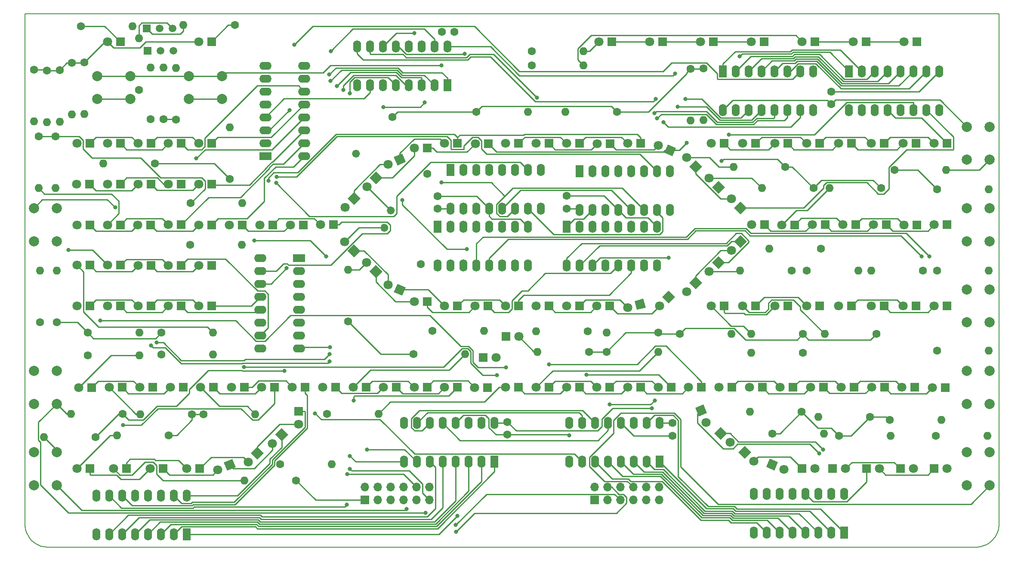
<source format=gbr>
%TF.GenerationSoftware,KiCad,Pcbnew,(5.1.6)-1*%
%TF.CreationDate,2020-08-11T15:09:08+01:00*%
%TF.ProjectId,panel-display,70616e65-6c2d-4646-9973-706c61792e6b,rev?*%
%TF.SameCoordinates,Original*%
%TF.FileFunction,Copper,L1,Top*%
%TF.FilePolarity,Positive*%
%FSLAX46Y46*%
G04 Gerber Fmt 4.6, Leading zero omitted, Abs format (unit mm)*
G04 Created by KiCad (PCBNEW (5.1.6)-1) date 2020-08-11 15:09:08*
%MOMM*%
%LPD*%
G01*
G04 APERTURE LIST*
%TA.AperFunction,Profile*%
%ADD10C,0.200000*%
%TD*%
%TA.AperFunction,ComponentPad*%
%ADD11R,2.400000X1.600000*%
%TD*%
%TA.AperFunction,ComponentPad*%
%ADD12O,2.400000X1.600000*%
%TD*%
%TA.AperFunction,ComponentPad*%
%ADD13R,1.600000X2.400000*%
%TD*%
%TA.AperFunction,ComponentPad*%
%ADD14O,1.600000X2.400000*%
%TD*%
%TA.AperFunction,ComponentPad*%
%ADD15O,1.700000X1.700000*%
%TD*%
%TA.AperFunction,ComponentPad*%
%ADD16R,1.700000X1.700000*%
%TD*%
%TA.AperFunction,ComponentPad*%
%ADD17C,0.100000*%
%TD*%
%TA.AperFunction,ComponentPad*%
%ADD18C,1.800000*%
%TD*%
%TA.AperFunction,ComponentPad*%
%ADD19C,1.600000*%
%TD*%
%TA.AperFunction,ComponentPad*%
%ADD20O,1.600000X1.600000*%
%TD*%
%TA.AperFunction,ComponentPad*%
%ADD21C,1.520000*%
%TD*%
%TA.AperFunction,ComponentPad*%
%ADD22R,1.520000X1.520000*%
%TD*%
%TA.AperFunction,ComponentPad*%
%ADD23R,1.800000X1.800000*%
%TD*%
%TA.AperFunction,ComponentPad*%
%ADD24C,2.000000*%
%TD*%
%TA.AperFunction,ViaPad*%
%ADD25C,0.800000*%
%TD*%
%TA.AperFunction,Conductor*%
%ADD26C,0.250000*%
%TD*%
G04 APERTURE END LIST*
D10*
X51617018Y-38354000D02*
X51617018Y-138699733D01*
X243332000Y-138699733D02*
X243332000Y-38354000D01*
X56117018Y-143292293D02*
X238832000Y-143292293D01*
X242414280Y-141479128D02*
X242572959Y-141251671D01*
X242572959Y-141251671D02*
X242717597Y-141014524D01*
X242717597Y-141014524D02*
X242847851Y-140768669D01*
X242847851Y-140768669D02*
X242963380Y-140515090D01*
X242963380Y-140515090D02*
X243063842Y-140254768D01*
X243063842Y-140254768D02*
X243148893Y-139988689D01*
X243148893Y-139988689D02*
X243218193Y-139717834D01*
X243218193Y-139717834D02*
X243271399Y-139443187D01*
X243271399Y-139443187D02*
X243308169Y-139165731D01*
X243308169Y-139165731D02*
X243328161Y-138886449D01*
X243328161Y-138886449D02*
X243332000Y-138699733D01*
X51617018Y-138699733D02*
X51625026Y-138965674D01*
X51625026Y-138965674D02*
X51648784Y-139230370D01*
X51648784Y-139230370D02*
X51687892Y-139493042D01*
X51687892Y-139493042D02*
X51741950Y-139752911D01*
X51741950Y-139752911D02*
X51810558Y-140009198D01*
X51810558Y-140009198D02*
X51893315Y-140261124D01*
X51893315Y-140261124D02*
X51989822Y-140507910D01*
X51989822Y-140507910D02*
X52099677Y-140748778D01*
X52099677Y-140748778D02*
X52222482Y-140982947D01*
X52222482Y-140982947D02*
X52357836Y-141209640D01*
X52357836Y-141209640D02*
X52505339Y-141428077D01*
X52505339Y-141428077D02*
X52664591Y-141637479D01*
X52664591Y-141637479D02*
X52835191Y-141837068D01*
X52835191Y-141837068D02*
X53016740Y-142026064D01*
X53016740Y-142026064D02*
X53208838Y-142203688D01*
X53208838Y-142203688D02*
X53411084Y-142369163D01*
X53411084Y-142369163D02*
X53633925Y-142529506D01*
X53633925Y-142529506D02*
X53865822Y-142675439D01*
X53865822Y-142675439D02*
X54105847Y-142806664D01*
X54105847Y-142806664D02*
X54353077Y-142922886D01*
X54353077Y-142922886D02*
X54606584Y-143023805D01*
X54606584Y-143023805D02*
X54865443Y-143109125D01*
X54865443Y-143109125D02*
X55128729Y-143178548D01*
X55128729Y-143178548D02*
X55395515Y-143231778D01*
X55395515Y-143231778D02*
X55664876Y-143268516D01*
X55664876Y-143268516D02*
X55935885Y-143288466D01*
X55935885Y-143288466D02*
X56117018Y-143292293D01*
X238832000Y-143292293D02*
X239090043Y-143284308D01*
X239090043Y-143284308D02*
X239347043Y-143260594D01*
X239347043Y-143260594D02*
X239602250Y-143221513D01*
X239602250Y-143221513D02*
X239854909Y-143167424D01*
X239854909Y-143167424D02*
X240104269Y-143098689D01*
X240104269Y-143098689D02*
X240349577Y-143015669D01*
X240349577Y-143015669D02*
X240590081Y-142918723D01*
X240590081Y-142918723D02*
X240825028Y-142808214D01*
X240825028Y-142808214D02*
X241053667Y-142684501D01*
X241053667Y-142684501D02*
X241275243Y-142547946D01*
X241275243Y-142547946D02*
X241489006Y-142398909D01*
X241489006Y-142398909D02*
X241694203Y-142237751D01*
X241694203Y-142237751D02*
X241890081Y-142064833D01*
X241890081Y-142064833D02*
X242075888Y-141880516D01*
X242075888Y-141880516D02*
X242250872Y-141685161D01*
X242250872Y-141685161D02*
X242414280Y-141479128D01*
X243332000Y-38354000D02*
X51617018Y-38354000D01*
D11*
%TO.P,U7,1*%
%TO.N,Net-(U10-Pad15)*%
X105587800Y-86385400D03*
D12*
%TO.P,U7,9*%
%TO.N,Net-(U7-Pad9)*%
X97967800Y-104165400D03*
%TO.P,U7,2*%
%TO.N,Net-(U10-Pad1)*%
X105587800Y-88925400D03*
%TO.P,U7,10*%
%TO.N,/LED33*%
X97967800Y-101625400D03*
%TO.P,U7,3*%
%TO.N,Net-(U10-Pad2)*%
X105587800Y-91465400D03*
%TO.P,U7,11*%
%TO.N,/LED9*%
X97967800Y-99085400D03*
%TO.P,U7,4*%
%TO.N,Net-(U10-Pad3)*%
X105587800Y-94005400D03*
%TO.P,U7,12*%
%TO.N,/LED34*%
X97967800Y-96545400D03*
%TO.P,U7,5*%
%TO.N,Net-(U10-Pad4)*%
X105587800Y-96545400D03*
%TO.P,U7,13*%
%TO.N,/LED10*%
X97967800Y-94005400D03*
%TO.P,U7,6*%
%TO.N,Net-(U10-Pad5)*%
X105587800Y-99085400D03*
%TO.P,U7,14*%
%TO.N,/LED35*%
X97967800Y-91465400D03*
%TO.P,U7,7*%
%TO.N,Net-(U10-Pad6)*%
X105587800Y-101625400D03*
%TO.P,U7,15*%
%TO.N,/LED11*%
X97967800Y-88925400D03*
%TO.P,U7,8*%
%TO.N,GND*%
X105587800Y-104165400D03*
%TO.P,U7,16*%
%TO.N,/LED36*%
X97967800Y-86385400D03*
%TD*%
D13*
%TO.P,U8,1*%
%TO.N,Net-(U11-Pad15)*%
X158242000Y-80264000D03*
D14*
%TO.P,U8,9*%
%TO.N,Net-(U8-Pad9)*%
X176022000Y-87884000D03*
%TO.P,U8,2*%
%TO.N,Net-(U11-Pad1)*%
X160782000Y-80264000D03*
%TO.P,U8,10*%
%TO.N,/LED12*%
X173482000Y-87884000D03*
%TO.P,U8,3*%
%TO.N,Net-(U11-Pad2)*%
X163322000Y-80264000D03*
%TO.P,U8,11*%
%TO.N,/LED40*%
X170942000Y-87884000D03*
%TO.P,U8,4*%
%TO.N,Net-(U11-Pad3)*%
X165862000Y-80264000D03*
%TO.P,U8,12*%
%TO.N,/LED16*%
X168402000Y-87884000D03*
%TO.P,U8,5*%
%TO.N,Net-(U11-Pad4)*%
X168402000Y-80264000D03*
%TO.P,U8,13*%
%TO.N,/LED39*%
X165862000Y-87884000D03*
%TO.P,U8,6*%
%TO.N,Net-(U11-Pad5)*%
X170942000Y-80264000D03*
%TO.P,U8,14*%
%TO.N,/LED15*%
X163322000Y-87884000D03*
%TO.P,U8,7*%
%TO.N,Net-(U11-Pad6)*%
X173482000Y-80264000D03*
%TO.P,U8,15*%
%TO.N,/LED38*%
X160782000Y-87884000D03*
%TO.P,U8,8*%
%TO.N,GND*%
X176022000Y-80264000D03*
%TO.P,U8,16*%
%TO.N,/LED14*%
X158242000Y-87884000D03*
%TD*%
D15*
%TO.P,J1,12*%
%TO.N,/Panel Display Buttons/PB-GS*%
X176453800Y-131495800D03*
%TO.P,J1,11*%
%TO.N,/Panel Display Buttons/PB-PL1*%
X176453800Y-134035800D03*
%TO.P,J1,10*%
%TO.N,/Panel Display Buttons/PB-PL2*%
X173913800Y-131495800D03*
%TO.P,J1,9*%
%TO.N,/Panel Display Buttons/PB-MLE*%
X173913800Y-134035800D03*
%TO.P,J1,8*%
%TO.N,/Panel Display Buttons/PB-SD*%
X171373800Y-131495800D03*
%TO.P,J1,7*%
%TO.N,Net-(J1-Pad7)*%
X171373800Y-134035800D03*
%TO.P,J1,6*%
%TO.N,Net-(J1-Pad6)*%
X168833800Y-131495800D03*
%TO.P,J1,5*%
%TO.N,/Panel Display Buttons/PB-DK*%
X168833800Y-134035800D03*
%TO.P,J1,4*%
%TO.N,/Panel Display Buttons/PB-MLW*%
X166293800Y-131495800D03*
%TO.P,J1,3*%
%TO.N,/Panel Display Buttons/PB-FY*%
X166293800Y-134035800D03*
%TO.P,J1,2*%
%TO.N,/Panel Display Buttons/PB-AUX2*%
X163753800Y-131495800D03*
D16*
%TO.P,J1,1*%
%TO.N,/Panel Display Buttons/PB-AUX1*%
X163753800Y-134035800D03*
%TD*%
D13*
%TO.P,U3,1*%
%TO.N,Net-(U3-Pad1)*%
X212852000Y-140462000D03*
D14*
%TO.P,U3,9*%
%TO.N,Net-(U3-Pad9)*%
X195072000Y-132842000D03*
%TO.P,U3,2*%
%TO.N,Net-(U3-Pad2)*%
X210312000Y-140462000D03*
%TO.P,U3,10*%
%TO.N,/LED19*%
X197612000Y-132842000D03*
%TO.P,U3,3*%
%TO.N,Net-(U3-Pad3)*%
X207772000Y-140462000D03*
%TO.P,U3,11*%
%TO.N,/LED44*%
X200152000Y-132842000D03*
%TO.P,U3,4*%
%TO.N,Net-(U3-Pad4)*%
X205232000Y-140462000D03*
%TO.P,U3,12*%
%TO.N,/LED20*%
X202692000Y-132842000D03*
%TO.P,U3,5*%
%TO.N,Net-(U3-Pad5)*%
X202692000Y-140462000D03*
%TO.P,U3,13*%
%TO.N,/LED28*%
X205232000Y-132842000D03*
%TO.P,U3,6*%
%TO.N,Net-(U3-Pad6)*%
X200152000Y-140462000D03*
%TO.P,U3,14*%
%TO.N,/LED4*%
X207772000Y-132842000D03*
%TO.P,U3,7*%
%TO.N,Net-(U3-Pad7)*%
X197612000Y-140462000D03*
%TO.P,U3,15*%
%TO.N,/LED29*%
X210312000Y-132842000D03*
%TO.P,U3,8*%
%TO.N,GND*%
X195072000Y-140462000D03*
%TO.P,U3,16*%
%TO.N,/LED5*%
X212852000Y-132842000D03*
%TD*%
%TA.AperFunction,ComponentPad*%
D17*
%TO.P,D22,1*%
%TO.N,/LED12*%
G36*
X179763307Y-64714724D02*
G01*
X179074476Y-66377707D01*
X177411493Y-65688876D01*
X178100324Y-64025893D01*
X179763307Y-64714724D01*
G37*
%TD.AperFunction*%
D18*
%TO.P,D22,2*%
%TO.N,Net-(D22-Pad2)*%
X176240746Y-64229784D03*
%TD*%
D13*
%TO.P,U6,1*%
%TO.N,Net-(U3-Pad2)*%
X176530000Y-126492000D03*
D14*
%TO.P,U6,9*%
%TO.N,Net-(U10-Pad14)*%
X158750000Y-118872000D03*
%TO.P,U6,2*%
%TO.N,Net-(U3-Pad3)*%
X173990000Y-126492000D03*
%TO.P,U6,10*%
%TO.N,RST*%
X161290000Y-118872000D03*
%TO.P,U6,3*%
%TO.N,Net-(U3-Pad4)*%
X171450000Y-126492000D03*
%TO.P,U6,11*%
%TO.N,DCLK*%
X163830000Y-118872000D03*
%TO.P,U6,4*%
%TO.N,Net-(U3-Pad5)*%
X168910000Y-126492000D03*
%TO.P,U6,12*%
%TO.N,DLAT*%
X166370000Y-118872000D03*
%TO.P,U6,5*%
%TO.N,Net-(U3-Pad6)*%
X166370000Y-126492000D03*
%TO.P,U6,13*%
%TO.N,GND*%
X168910000Y-118872000D03*
%TO.P,U6,6*%
%TO.N,Net-(U3-Pad7)*%
X163830000Y-126492000D03*
%TO.P,U6,14*%
%TO.N,Net-(U5-Pad9)*%
X171450000Y-118872000D03*
%TO.P,U6,7*%
%TO.N,EX3*%
X161290000Y-126492000D03*
%TO.P,U6,15*%
%TO.N,Net-(U3-Pad1)*%
X173990000Y-118872000D03*
%TO.P,U6,8*%
%TO.N,GND*%
X158750000Y-126492000D03*
%TO.P,U6,16*%
%TO.N,+5V*%
X176530000Y-118872000D03*
%TD*%
D13*
%TO.P,U5,1*%
%TO.N,Net-(U2-Pad2)*%
X135382000Y-69088000D03*
D14*
%TO.P,U5,9*%
%TO.N,Net-(U5-Pad9)*%
X153162000Y-76708000D03*
%TO.P,U5,2*%
%TO.N,Net-(U2-Pad3)*%
X137922000Y-69088000D03*
%TO.P,U5,10*%
%TO.N,RST*%
X150622000Y-76708000D03*
%TO.P,U5,3*%
%TO.N,Net-(U2-Pad4)*%
X140462000Y-69088000D03*
%TO.P,U5,11*%
%TO.N,DCLK*%
X148082000Y-76708000D03*
%TO.P,U5,4*%
%TO.N,Net-(U2-Pad5)*%
X143002000Y-69088000D03*
%TO.P,U5,12*%
%TO.N,DLAT*%
X145542000Y-76708000D03*
%TO.P,U5,5*%
%TO.N,Net-(U2-Pad6)*%
X145542000Y-69088000D03*
%TO.P,U5,13*%
%TO.N,GND*%
X143002000Y-76708000D03*
%TO.P,U5,6*%
%TO.N,Net-(U2-Pad7)*%
X148082000Y-69088000D03*
%TO.P,U5,14*%
%TO.N,Net-(U4-Pad9)*%
X140462000Y-76708000D03*
%TO.P,U5,7*%
%TO.N,EX2*%
X150622000Y-69088000D03*
%TO.P,U5,15*%
%TO.N,Net-(U2-Pad1)*%
X137922000Y-76708000D03*
%TO.P,U5,8*%
%TO.N,GND*%
X153162000Y-69088000D03*
%TO.P,U5,16*%
%TO.N,+5V*%
X135382000Y-76708000D03*
%TD*%
D13*
%TO.P,U4,1*%
%TO.N,Net-(U1-Pad2)*%
X144018000Y-126492000D03*
D14*
%TO.P,U4,9*%
%TO.N,Net-(U4-Pad9)*%
X126238000Y-118872000D03*
%TO.P,U4,2*%
%TO.N,Net-(U1-Pad3)*%
X141478000Y-126492000D03*
%TO.P,U4,10*%
%TO.N,RST*%
X128778000Y-118872000D03*
%TO.P,U4,3*%
%TO.N,Net-(U1-Pad4)*%
X138938000Y-126492000D03*
%TO.P,U4,11*%
%TO.N,DCLK*%
X131318000Y-118872000D03*
%TO.P,U4,4*%
%TO.N,Net-(U1-Pad5)*%
X136398000Y-126492000D03*
%TO.P,U4,12*%
%TO.N,DLAT*%
X133858000Y-118872000D03*
%TO.P,U4,5*%
%TO.N,Net-(U1-Pad6)*%
X133858000Y-126492000D03*
%TO.P,U4,13*%
%TO.N,GND*%
X136398000Y-118872000D03*
%TO.P,U4,6*%
%TO.N,Net-(U1-Pad7)*%
X131318000Y-126492000D03*
%TO.P,U4,14*%
%TO.N,DATA*%
X138938000Y-118872000D03*
%TO.P,U4,7*%
%TO.N,EX1*%
X128778000Y-126492000D03*
%TO.P,U4,15*%
%TO.N,Net-(U1-Pad1)*%
X141478000Y-118872000D03*
%TO.P,U4,8*%
%TO.N,GND*%
X126238000Y-126492000D03*
%TO.P,U4,16*%
%TO.N,+5V*%
X144018000Y-118872000D03*
%TD*%
D13*
%TO.P,U2,1*%
%TO.N,Net-(U2-Pad1)*%
X132842000Y-80264000D03*
D14*
%TO.P,U2,9*%
%TO.N,Net-(U2-Pad9)*%
X150622000Y-87884000D03*
%TO.P,U2,2*%
%TO.N,Net-(U2-Pad2)*%
X135382000Y-80264000D03*
%TO.P,U2,10*%
%TO.N,/LED27*%
X148082000Y-87884000D03*
%TO.P,U2,3*%
%TO.N,Net-(U2-Pad3)*%
X137922000Y-80264000D03*
%TO.P,U2,11*%
%TO.N,/LED3*%
X145542000Y-87884000D03*
%TO.P,U2,4*%
%TO.N,Net-(U2-Pad4)*%
X140462000Y-80264000D03*
%TO.P,U2,12*%
%TO.N,/LED26*%
X143002000Y-87884000D03*
%TO.P,U2,5*%
%TO.N,Net-(U2-Pad5)*%
X143002000Y-80264000D03*
%TO.P,U2,13*%
%TO.N,/LED2*%
X140462000Y-87884000D03*
%TO.P,U2,6*%
%TO.N,Net-(U2-Pad6)*%
X145542000Y-80264000D03*
%TO.P,U2,14*%
%TO.N,/LED48*%
X137922000Y-87884000D03*
%TO.P,U2,7*%
%TO.N,Net-(U2-Pad7)*%
X148082000Y-80264000D03*
%TO.P,U2,15*%
%TO.N,/LED24*%
X135382000Y-87884000D03*
%TO.P,U2,8*%
%TO.N,GND*%
X150622000Y-80264000D03*
%TO.P,U2,16*%
%TO.N,/LED47*%
X132842000Y-87884000D03*
%TD*%
D13*
%TO.P,U1,1*%
%TO.N,Net-(U1-Pad1)*%
X83439000Y-140766800D03*
D14*
%TO.P,U1,9*%
%TO.N,Net-(U1-Pad9)*%
X65659000Y-133146800D03*
%TO.P,U1,2*%
%TO.N,Net-(U1-Pad2)*%
X80899000Y-140766800D03*
%TO.P,U1,10*%
%TO.N,/LED23*%
X68199000Y-133146800D03*
%TO.P,U1,3*%
%TO.N,Net-(U1-Pad3)*%
X78359000Y-140766800D03*
%TO.P,U1,11*%
%TO.N,/LED46*%
X70739000Y-133146800D03*
%TO.P,U1,4*%
%TO.N,Net-(U1-Pad4)*%
X75819000Y-140766800D03*
%TO.P,U1,12*%
%TO.N,/LED22*%
X73279000Y-133146800D03*
%TO.P,U1,5*%
%TO.N,Net-(U1-Pad5)*%
X73279000Y-140766800D03*
%TO.P,U1,13*%
%TO.N,/LED45*%
X75819000Y-133146800D03*
%TO.P,U1,6*%
%TO.N,Net-(U1-Pad6)*%
X70739000Y-140766800D03*
%TO.P,U1,14*%
%TO.N,/LED21*%
X78359000Y-133146800D03*
%TO.P,U1,7*%
%TO.N,Net-(U1-Pad7)*%
X68199000Y-140766800D03*
%TO.P,U1,15*%
%TO.N,/LED25*%
X80899000Y-133146800D03*
%TO.P,U1,8*%
%TO.N,GND*%
X65659000Y-140766800D03*
%TO.P,U1,16*%
%TO.N,/LED1*%
X83439000Y-133146800D03*
%TD*%
D19*
%TO.P,R68,1*%
%TO.N,+12P*%
X140462000Y-57658000D03*
D20*
%TO.P,R68,2*%
%TO.N,Net-(D53-Pad2)*%
X150622000Y-57658000D03*
%TD*%
D19*
%TO.P,R67,1*%
%TO.N,+12P*%
X168148000Y-57658000D03*
D20*
%TO.P,R67,2*%
%TO.N,Net-(D47-Pad2)*%
X157988000Y-57658000D03*
%TD*%
D19*
%TO.P,R66,1*%
%TO.N,+12P*%
X123952000Y-58674000D03*
%TO.P,R66,2*%
%TO.N,Net-(D52-Pad2)*%
%TA.AperFunction,ComponentPad*%
G36*
G01*
X117333480Y-65292520D02*
X117333480Y-65292520D01*
G75*
G02*
X117333480Y-66423890I-565685J-565685D01*
G01*
X117333480Y-66423890D01*
G75*
G02*
X116202110Y-66423890I-565685J565685D01*
G01*
X116202110Y-66423890D01*
G75*
G02*
X116202110Y-65292520I565685J565685D01*
G01*
X116202110Y-65292520D01*
G75*
G02*
X117333480Y-65292520I565685J-565685D01*
G01*
G37*
%TD.AperFunction*%
%TD*%
%TO.P,R65,1*%
%TO.N,+12P*%
X130810000Y-69862700D03*
%TO.P,R65,2*%
%TO.N,Net-(D46-Pad2)*%
%TA.AperFunction,ComponentPad*%
G36*
G01*
X124191480Y-76481220D02*
X124191480Y-76481220D01*
G75*
G02*
X124191480Y-77612590I-565685J-565685D01*
G01*
X124191480Y-77612590D01*
G75*
G02*
X123060110Y-77612590I-565685J565685D01*
G01*
X123060110Y-77612590D01*
G75*
G02*
X123060110Y-76481220I565685J565685D01*
G01*
X123060110Y-76481220D01*
G75*
G02*
X124191480Y-76481220I565685J-565685D01*
G01*
G37*
%TD.AperFunction*%
%TD*%
%TO.P,R64,1*%
%TO.N,+12P*%
X162661600Y-104863900D03*
D20*
%TO.P,R64,2*%
%TO.N,Net-(D105-Pad2)*%
X152501600Y-104863900D03*
%TD*%
D19*
%TO.P,R63,1*%
%TO.N,+12P*%
X128054100Y-105321100D03*
D20*
%TO.P,R63,2*%
%TO.N,Net-(D14-Pad2)*%
X138214100Y-105321100D03*
%TD*%
D19*
%TO.P,R62,1*%
%TO.N,+12P*%
X78486000Y-105410000D03*
D20*
%TO.P,R62,2*%
%TO.N,Net-(D103-Pad2)*%
X88646000Y-105410000D03*
%TD*%
D19*
%TO.P,R61,1*%
%TO.N,+12P*%
X84493100Y-117144800D03*
D20*
%TO.P,R61,2*%
%TO.N,Net-(D95-Pad2)*%
X74333100Y-117144800D03*
%TD*%
D19*
%TO.P,R60,1*%
%TO.N,+12P*%
X205486000Y-88836500D03*
D20*
%TO.P,R60,2*%
%TO.N,Net-(D88-Pad2)*%
X215646000Y-88836500D03*
%TD*%
D19*
%TO.P,R59,1*%
%TO.N,+12P*%
X204724000Y-101346000D03*
D20*
%TO.P,R59,2*%
%TO.N,Net-(D82-Pad2)*%
X194564000Y-101346000D03*
%TD*%
D19*
%TO.P,R58,1*%
%TO.N,+12P*%
X220078300Y-72644000D03*
D20*
%TO.P,R58,2*%
%TO.N,Net-(D81-Pad2)*%
X209918300Y-72644000D03*
%TD*%
D19*
%TO.P,R57,1*%
%TO.N,+12P*%
X182626000Y-49123600D03*
D20*
%TO.P,R57,2*%
%TO.N,Net-(D78-Pad2)*%
X182626000Y-59283600D03*
%TD*%
D19*
%TO.P,R56,1*%
%TO.N,+12P*%
X129540000Y-87630000D03*
%TO.P,R56,2*%
%TO.N,Net-(D67-Pad2)*%
%TA.AperFunction,ComponentPad*%
G36*
G01*
X122921480Y-81011480D02*
X122921480Y-81011480D01*
G75*
G02*
X121790110Y-81011480I-565685J565685D01*
G01*
X121790110Y-81011480D01*
G75*
G02*
X121790110Y-79880110I565685J565685D01*
G01*
X121790110Y-79880110D01*
G75*
G02*
X122921480Y-79880110I565685J-565685D01*
G01*
X122921480Y-79880110D01*
G75*
G02*
X122921480Y-81011480I-565685J-565685D01*
G01*
G37*
%TD.AperFunction*%
%TD*%
%TO.P,R55,1*%
%TO.N,+12P*%
X176225200Y-101104700D03*
D20*
%TO.P,R55,2*%
%TO.N,Net-(D63-Pad2)*%
X166065200Y-101104700D03*
%TD*%
D19*
%TO.P,R54,1*%
%TO.N,+12P*%
X180467000Y-101346000D03*
D20*
%TO.P,R54,2*%
%TO.N,Net-(D71-Pad2)*%
X190627000Y-101346000D03*
%TD*%
D19*
%TO.P,R53,1*%
%TO.N,+12P*%
X201244200Y-68427600D03*
D20*
%TO.P,R53,2*%
%TO.N,Net-(D69-Pad2)*%
X191084200Y-68427600D03*
%TD*%
D19*
%TO.P,R52,1*%
%TO.N,+12P*%
X84175600Y-83807300D03*
D20*
%TO.P,R52,2*%
%TO.N,Net-(D24-Pad2)*%
X94335600Y-83807300D03*
%TD*%
D19*
%TO.P,R51,1*%
%TO.N,+12P*%
X64008000Y-101092000D03*
D20*
%TO.P,R51,2*%
%TO.N,Net-(D41-Pad2)*%
X74168000Y-101092000D03*
%TD*%
D19*
%TO.P,R50,1*%
%TO.N,+12P*%
X57658000Y-62484000D03*
D20*
%TO.P,R50,2*%
%TO.N,Net-(D35-Pad2)*%
X57658000Y-72644000D03*
%TD*%
D19*
%TO.P,R49,1*%
%TO.N,+12P*%
X54356000Y-62484000D03*
D20*
%TO.P,R49,2*%
%TO.N,Net-(D29-Pad2)*%
X54356000Y-72644000D03*
%TD*%
D19*
%TO.P,R48,1*%
%TO.N,+12P*%
X55905400Y-49479200D03*
D20*
%TO.P,R48,2*%
%TO.N,Net-(D21-Pad2)*%
X55905400Y-59639200D03*
%TD*%
D19*
%TO.P,R47,1*%
%TO.N,+12P*%
X60858400Y-48006000D03*
D20*
%TO.P,R47,2*%
%TO.N,Net-(D13-Pad2)*%
X60858400Y-58166000D03*
%TD*%
D19*
%TO.P,R46,1*%
%TO.N,+12P*%
X198691500Y-120967500D03*
D20*
%TO.P,R46,2*%
%TO.N,Net-(D113-Pad2)*%
X208851500Y-120967500D03*
%TD*%
D19*
%TO.P,R45,1*%
%TO.N,+12P*%
X221792800Y-118287800D03*
D20*
%TO.P,R45,2*%
%TO.N,Net-(D134-Pad2)*%
X231952800Y-118287800D03*
%TD*%
D19*
%TO.P,R44,1*%
%TO.N,+12P*%
X166077900Y-104838500D03*
D20*
%TO.P,R44,2*%
%TO.N,Net-(D118-Pad2)*%
X176237900Y-104838500D03*
%TD*%
D19*
%TO.P,R43,1*%
%TO.N,+12P*%
X204724000Y-105029000D03*
D20*
%TO.P,R43,2*%
%TO.N,Net-(D136-Pad2)*%
X194564000Y-105029000D03*
%TD*%
D19*
%TO.P,R42,1*%
%TO.N,+12P*%
X105003600Y-130149600D03*
D20*
%TO.P,R42,2*%
%TO.N,Net-(D106-Pad2)*%
X94843600Y-130149600D03*
%TD*%
D19*
%TO.P,R41,1*%
%TO.N,+12P*%
X131813300Y-100761800D03*
D20*
%TO.P,R41,2*%
%TO.N,Net-(D101-Pad2)*%
X141973300Y-100761800D03*
%TD*%
D19*
%TO.P,R40,1*%
%TO.N,+12P*%
X101854000Y-127000000D03*
D20*
%TO.P,R40,2*%
%TO.N,Net-(D100-Pad2)*%
X112014000Y-127000000D03*
%TD*%
D19*
%TO.P,R39,1*%
%TO.N,+12P*%
X86779100Y-117132100D03*
D20*
%TO.P,R39,2*%
%TO.N,Net-(D99-Pad2)*%
X96939100Y-117132100D03*
%TD*%
D19*
%TO.P,R38,1*%
%TO.N,+12P*%
X64008000Y-105549700D03*
D20*
%TO.P,R38,2*%
%TO.N,Net-(D91-Pad2)*%
X74168000Y-105549700D03*
%TD*%
D19*
%TO.P,R37,1*%
%TO.N,+12P*%
X228346000Y-88836500D03*
D20*
%TO.P,R37,2*%
%TO.N,Net-(D84-Pad2)*%
X218186000Y-88836500D03*
%TD*%
D19*
%TO.P,R36,1*%
%TO.N,+12P*%
X219163900Y-101346000D03*
D20*
%TO.P,R36,2*%
%TO.N,Net-(D86-Pad2)*%
X209003900Y-101346000D03*
%TD*%
D19*
%TO.P,R35,1*%
%TO.N,+12P*%
X208280000Y-84582000D03*
D20*
%TO.P,R35,2*%
%TO.N,Net-(D77-Pad2)*%
X198120000Y-84582000D03*
%TD*%
D19*
%TO.P,R34,1*%
%TO.N,+12P*%
X185166000Y-49098200D03*
D20*
%TO.P,R34,2*%
%TO.N,Net-(D75-Pad2)*%
X185166000Y-59258200D03*
%TD*%
D19*
%TO.P,R33,1*%
%TO.N,+12P*%
X115176300Y-98831400D03*
D20*
%TO.P,R33,2*%
%TO.N,Net-(D60-Pad2)*%
X115176300Y-88671400D03*
%TD*%
D19*
%TO.P,R32,1*%
%TO.N,+12P*%
X162407600Y-100825300D03*
D20*
%TO.P,R32,2*%
%TO.N,Net-(D56-Pad2)*%
X152247600Y-100825300D03*
%TD*%
D19*
%TO.P,R31,1*%
%TO.N,+12P*%
X202526900Y-88861900D03*
D20*
%TO.P,R31,2*%
%TO.N,Net-(D73-Pad2)*%
X192366900Y-88861900D03*
%TD*%
D19*
%TO.P,R30,1*%
%TO.N,+12P*%
X206819500Y-72631300D03*
D20*
%TO.P,R30,2*%
%TO.N,Net-(D72-Pad2)*%
X196659500Y-72631300D03*
%TD*%
D19*
%TO.P,R29,1*%
%TO.N,+12P*%
X84251800Y-75603100D03*
D20*
%TO.P,R29,2*%
%TO.N,Net-(D16-Pad2)*%
X94411800Y-75603100D03*
%TD*%
D19*
%TO.P,R28,1*%
%TO.N,+12P*%
X57912000Y-99060000D03*
D20*
%TO.P,R28,2*%
%TO.N,Net-(D38-Pad2)*%
X57912000Y-88900000D03*
%TD*%
D19*
%TO.P,R27,1*%
%TO.N,+12P*%
X78486000Y-101092000D03*
D20*
%TO.P,R27,2*%
%TO.N,Net-(D32-Pad2)*%
X88646000Y-101092000D03*
%TD*%
D19*
%TO.P,R26,1*%
%TO.N,+12P*%
X53390800Y-49301400D03*
D20*
%TO.P,R26,2*%
%TO.N,Net-(D26-Pad2)*%
X53390800Y-59461400D03*
%TD*%
D19*
%TO.P,R25,1*%
%TO.N,+12P*%
X58470800Y-49403000D03*
D20*
%TO.P,R25,2*%
%TO.N,Net-(D18-Pad2)*%
X58470800Y-59563000D03*
%TD*%
D19*
%TO.P,R24,1*%
%TO.N,+12P*%
X63271400Y-47929800D03*
D20*
%TO.P,R24,2*%
%TO.N,Net-(D10-Pad2)*%
X63271400Y-58089800D03*
%TD*%
D19*
%TO.P,R23,1*%
%TO.N,+12P*%
X217944700Y-117652800D03*
D20*
%TO.P,R23,2*%
%TO.N,Net-(D114-Pad2)*%
X207784700Y-117652800D03*
%TD*%
D19*
%TO.P,R22,1*%
%TO.N,+12P*%
X211836000Y-121412000D03*
D20*
%TO.P,R22,2*%
%TO.N,Net-(D127-Pad2)*%
X221996000Y-121412000D03*
%TD*%
D19*
%TO.P,R21,1*%
%TO.N,+12P*%
X111074200Y-117043200D03*
D20*
%TO.P,R21,2*%
%TO.N,Net-(D109-Pad2)*%
X121234200Y-117043200D03*
%TD*%
D19*
%TO.P,R20,1*%
%TO.N,+12P*%
X204470000Y-116674900D03*
D20*
%TO.P,R20,2*%
%TO.N,Net-(D129-Pad2)*%
X194310000Y-116674900D03*
%TD*%
D19*
%TO.P,R19,1*%
%TO.N,+12P*%
X79883000Y-121285000D03*
D20*
%TO.P,R19,2*%
%TO.N,Net-(D117-Pad2)*%
X69723000Y-121285000D03*
%TD*%
D19*
%TO.P,R18,1*%
%TO.N,+12P*%
X151384000Y-48514000D03*
D20*
%TO.P,R18,2*%
%TO.N,Net-(D7-Pad2)*%
X161544000Y-48514000D03*
%TD*%
D19*
%TO.P,R17,1*%
%TO.N,+12P*%
X151384000Y-45720000D03*
D20*
%TO.P,R17,2*%
%TO.N,Net-(D3-Pad2)*%
X161544000Y-45720000D03*
%TD*%
D19*
%TO.P,R16,1*%
%TO.N,Net-(D2-Pad1)*%
X92976700Y-40563800D03*
D20*
%TO.P,R16,2*%
%TO.N,Net-(Q2-Pad1)*%
X82816700Y-40563800D03*
%TD*%
D19*
%TO.P,R15,1*%
%TO.N,Net-(D1-Pad1)*%
X62636400Y-40754300D03*
D20*
%TO.P,R15,2*%
%TO.N,Net-(Q1-Pad1)*%
X72796400Y-40754300D03*
%TD*%
D19*
%TO.P,R14,1*%
%TO.N,/LED Aux/AUX2*%
X74028300Y-53340000D03*
D20*
%TO.P,R14,2*%
%TO.N,GND*%
X74028300Y-43180000D03*
%TD*%
D19*
%TO.P,R13,1*%
%TO.N,/LED Aux/AUX1*%
X81318100Y-59118500D03*
D20*
%TO.P,R13,2*%
%TO.N,GND*%
X81318100Y-48958500D03*
%TD*%
D19*
%TO.P,R12,1*%
%TO.N,/LED Aux/AUX2*%
X76390500Y-59093100D03*
D20*
%TO.P,R12,2*%
%TO.N,Net-(Q2-Pad2)*%
X76390500Y-48933100D03*
%TD*%
D19*
%TO.P,R11,1*%
%TO.N,/LED Aux/AUX1*%
X78905100Y-59105800D03*
D20*
%TO.P,R11,2*%
%TO.N,Net-(Q1-Pad2)*%
X78905100Y-48945800D03*
%TD*%
D19*
%TO.P,R10,1*%
%TO.N,GND*%
X230886000Y-121412000D03*
D20*
%TO.P,R10,2*%
%TO.N,/Panel Display Buttons/PB-SD*%
X241046000Y-121412000D03*
%TD*%
D19*
%TO.P,R9,1*%
%TO.N,GND*%
X231140000Y-104648000D03*
D20*
%TO.P,R9,2*%
%TO.N,/Panel Display Buttons/PB-MLE*%
X241300000Y-104648000D03*
%TD*%
D19*
%TO.P,R8,1*%
%TO.N,GND*%
X231140000Y-88900000D03*
D20*
%TO.P,R8,2*%
%TO.N,/Panel Display Buttons/PB-PL2*%
X241300000Y-88900000D03*
%TD*%
D19*
%TO.P,R7,1*%
%TO.N,GND*%
X231140000Y-72898000D03*
D20*
%TO.P,R7,2*%
%TO.N,/Panel Display Buttons/PB-PL1*%
X241300000Y-72898000D03*
%TD*%
D19*
%TO.P,R6,1*%
%TO.N,GND*%
X222758000Y-69088000D03*
D20*
%TO.P,R6,2*%
%TO.N,/Panel Display Buttons/PB-GS*%
X232918000Y-69088000D03*
%TD*%
D19*
%TO.P,R5,1*%
%TO.N,GND*%
X65532000Y-121666000D03*
D20*
%TO.P,R5,2*%
%TO.N,/Panel Display Buttons/PB-DK*%
X55372000Y-121666000D03*
%TD*%
D19*
%TO.P,R4,1*%
%TO.N,GND*%
X70866000Y-117094000D03*
D20*
%TO.P,R4,2*%
%TO.N,/Panel Display Buttons/PB-MLW*%
X60706000Y-117094000D03*
%TD*%
D19*
%TO.P,R3,1*%
%TO.N,GND*%
X54610000Y-99060000D03*
D20*
%TO.P,R3,2*%
%TO.N,/Panel Display Buttons/PB-FY*%
X54610000Y-88900000D03*
%TD*%
D19*
%TO.P,R2,1*%
%TO.N,GND*%
X77216000Y-67818000D03*
D20*
%TO.P,R2,2*%
%TO.N,/Panel Display Buttons/PB-AUX2*%
X67056000Y-67818000D03*
%TD*%
D19*
%TO.P,R1,1*%
%TO.N,GND*%
X91948000Y-70866000D03*
D20*
%TO.P,R1,2*%
%TO.N,/Panel Display Buttons/PB-AUX1*%
X91948000Y-60706000D03*
%TD*%
D21*
%TO.P,Q2,2*%
%TO.N,Net-(Q2-Pad2)*%
X78155800Y-41224200D03*
%TO.P,Q2,3*%
%TO.N,GND*%
X80695800Y-41224200D03*
D22*
%TO.P,Q2,1*%
%TO.N,Net-(Q2-Pad1)*%
X75615800Y-41224200D03*
%TD*%
D21*
%TO.P,Q1,2*%
%TO.N,Net-(Q1-Pad2)*%
X78257400Y-45643800D03*
%TO.P,Q1,3*%
%TO.N,GND*%
X80797400Y-45643800D03*
D22*
%TO.P,Q1,1*%
%TO.N,Net-(Q1-Pad1)*%
X75717400Y-45643800D03*
%TD*%
D23*
%TO.P,D144,1*%
%TO.N,/LED42*%
X227126800Y-79857600D03*
D18*
%TO.P,D144,2*%
%TO.N,Net-(D144-Pad2)*%
X224586800Y-79857600D03*
%TD*%
D23*
%TO.P,D142,1*%
%TO.N,/LED18*%
X233095800Y-79832200D03*
D18*
%TO.P,D142,2*%
%TO.N,Net-(D139-Pad1)*%
X230555800Y-79832200D03*
%TD*%
D23*
%TO.P,D141,1*%
%TO.N,Net-(D140-Pad2)*%
X220700600Y-63830200D03*
D18*
%TO.P,D141,2*%
%TO.N,Net-(D141-Pad2)*%
X218160600Y-63830200D03*
%TD*%
D23*
%TO.P,D140,1*%
%TO.N,/LED17*%
X233095800Y-63830200D03*
D18*
%TO.P,D140,2*%
%TO.N,Net-(D140-Pad2)*%
X230555800Y-63830200D03*
%TD*%
D23*
%TO.P,D139,1*%
%TO.N,Net-(D139-Pad1)*%
X221132400Y-79832200D03*
D18*
%TO.P,D139,2*%
%TO.N,Net-(D139-Pad2)*%
X218592400Y-79832200D03*
%TD*%
D23*
%TO.P,D137,1*%
%TO.N,Net-(D132-Pad2)*%
X202768200Y-111836200D03*
D18*
%TO.P,D137,2*%
%TO.N,Net-(D136-Pad1)*%
X200228200Y-111836200D03*
%TD*%
D23*
%TO.P,D136,1*%
%TO.N,Net-(D136-Pad1)*%
X190728600Y-111836200D03*
D18*
%TO.P,D136,2*%
%TO.N,Net-(D136-Pad2)*%
X188188600Y-111836200D03*
%TD*%
D23*
%TO.P,D135,1*%
%TO.N,/LED28*%
X217220800Y-127838200D03*
D18*
%TO.P,D135,2*%
%TO.N,Net-(D134-Pad1)*%
X219760800Y-127838200D03*
%TD*%
D23*
%TO.P,D134,1*%
%TO.N,Net-(D134-Pad1)*%
X230555800Y-127838200D03*
D18*
%TO.P,D134,2*%
%TO.N,Net-(D134-Pad2)*%
X233095800Y-127838200D03*
%TD*%
D23*
%TO.P,D133,1*%
%TO.N,/LED26*%
X226745800Y-111836200D03*
D18*
%TO.P,D133,2*%
%TO.N,Net-(D132-Pad1)*%
X224205800Y-111836200D03*
%TD*%
D23*
%TO.P,D132,1*%
%TO.N,Net-(D132-Pad1)*%
X214757000Y-111810800D03*
D18*
%TO.P,D132,2*%
%TO.N,Net-(D132-Pad2)*%
X212217000Y-111810800D03*
%TD*%
D23*
%TO.P,D131,1*%
%TO.N,Net-(D130-Pad2)*%
X208762600Y-111836200D03*
D18*
%TO.P,D131,2*%
%TO.N,Net-(D129-Pad1)*%
X206222600Y-111836200D03*
%TD*%
D23*
%TO.P,D130,1*%
%TO.N,Net-(D125-Pad2)*%
X220751400Y-111836200D03*
D18*
%TO.P,D130,2*%
%TO.N,Net-(D130-Pad2)*%
X218211400Y-111836200D03*
%TD*%
D23*
%TO.P,D129,1*%
%TO.N,Net-(D129-Pad1)*%
X196748400Y-111836200D03*
D18*
%TO.P,D129,2*%
%TO.N,Net-(D129-Pad2)*%
X194208400Y-111836200D03*
%TD*%
D23*
%TO.P,D127,1*%
%TO.N,Net-(D127-Pad1)*%
X223901000Y-127838200D03*
D18*
%TO.P,D127,2*%
%TO.N,Net-(D127-Pad2)*%
X226441000Y-127838200D03*
%TD*%
D23*
%TO.P,D125,1*%
%TO.N,/LED2*%
X232740200Y-111861600D03*
D18*
%TO.P,D125,2*%
%TO.N,Net-(D125-Pad2)*%
X230200200Y-111861600D03*
%TD*%
%TA.AperFunction,ComponentPad*%
D17*
%TO.P,D124,1*%
%TO.N,/LED29*%
G36*
X183507493Y-115895724D02*
G01*
X185170476Y-115206893D01*
X185859307Y-116869876D01*
X184196324Y-117558707D01*
X183507493Y-115895724D01*
G37*
%TD.AperFunction*%
D18*
%TO.P,D124,2*%
%TO.N,Net-(D123-Pad1)*%
X185655416Y-118729454D03*
%TD*%
%TA.AperFunction,ComponentPad*%
D17*
%TO.P,D123,1*%
%TO.N,Net-(D123-Pad1)*%
G36*
X191970408Y-124587000D02*
G01*
X193243200Y-123314208D01*
X194515992Y-124587000D01*
X193243200Y-125859792D01*
X191970408Y-124587000D01*
G37*
%TD.AperFunction*%
D18*
%TO.P,D123,2*%
%TO.N,Net-(D113-Pad1)*%
X195039251Y-126383051D03*
%TD*%
%TA.AperFunction,ComponentPad*%
D17*
%TO.P,D122,1*%
%TO.N,Net-(D121-Pad2)*%
G36*
X92435076Y-125925693D02*
G01*
X93123907Y-127588676D01*
X91460924Y-128277507D01*
X90772093Y-126614524D01*
X92435076Y-125925693D01*
G37*
%TD.AperFunction*%
D18*
%TO.P,D122,2*%
%TO.N,Net-(D116-Pad1)*%
X89601346Y-128073616D03*
%TD*%
%TA.AperFunction,ComponentPad*%
D17*
%TO.P,D121,1*%
%TO.N,/LED1*%
G36*
X102133400Y-119859808D02*
G01*
X103406192Y-121132600D01*
X102133400Y-122405392D01*
X100860608Y-121132600D01*
X102133400Y-119859808D01*
G37*
%TD.AperFunction*%
D18*
%TO.P,D121,2*%
%TO.N,Net-(D121-Pad2)*%
X100337349Y-122928651D03*
%TD*%
D23*
%TO.P,D120,1*%
%TO.N,/LED27*%
X178765200Y-111836200D03*
D18*
%TO.P,D120,2*%
%TO.N,Net-(D119-Pad1)*%
X176225200Y-111836200D03*
%TD*%
D23*
%TO.P,D119,1*%
%TO.N,Net-(D119-Pad1)*%
X166725600Y-111836200D03*
D18*
%TO.P,D119,2*%
%TO.N,Net-(D118-Pad1)*%
X164185600Y-111836200D03*
%TD*%
D23*
%TO.P,D118,1*%
%TO.N,Net-(D118-Pad1)*%
X154736800Y-111836200D03*
D18*
%TO.P,D118,2*%
%TO.N,Net-(D118-Pad2)*%
X152196800Y-111836200D03*
%TD*%
D23*
%TO.P,D117,1*%
%TO.N,Net-(D116-Pad2)*%
X64414400Y-127838200D03*
D18*
%TO.P,D117,2*%
%TO.N,Net-(D117-Pad2)*%
X61874400Y-127838200D03*
%TD*%
D23*
%TO.P,D116,1*%
%TO.N,Net-(D116-Pad1)*%
X78816200Y-127812800D03*
D18*
%TO.P,D116,2*%
%TO.N,Net-(D116-Pad2)*%
X76276200Y-127812800D03*
%TD*%
%TA.AperFunction,ComponentPad*%
D17*
%TO.P,D115,1*%
%TO.N,/LED5*%
G36*
X187296808Y-120878600D02*
G01*
X188569600Y-119605808D01*
X189842392Y-120878600D01*
X188569600Y-122151392D01*
X187296808Y-120878600D01*
G37*
%TD.AperFunction*%
D18*
%TO.P,D115,2*%
%TO.N,Net-(D114-Pad1)*%
X190365651Y-122674651D03*
%TD*%
%TA.AperFunction,ComponentPad*%
D17*
%TO.P,D114,1*%
%TO.N,Net-(D114-Pad1)*%
G36*
X197477493Y-127512476D02*
G01*
X198166324Y-125849493D01*
X199829307Y-126538324D01*
X199140476Y-128201307D01*
X197477493Y-127512476D01*
G37*
%TD.AperFunction*%
D18*
%TO.P,D114,2*%
%TO.N,Net-(D114-Pad2)*%
X201000054Y-127997416D03*
%TD*%
D23*
%TO.P,D113,1*%
%TO.N,Net-(D113-Pad1)*%
X204546200Y-127838200D03*
D18*
%TO.P,D113,2*%
%TO.N,Net-(D113-Pad2)*%
X207086200Y-127838200D03*
%TD*%
%TA.AperFunction,ComponentPad*%
D17*
%TO.P,D112,1*%
%TO.N,Net-(D111-Pad2)*%
G36*
X97358200Y-123492008D02*
G01*
X98630992Y-124764800D01*
X97358200Y-126037592D01*
X96085408Y-124764800D01*
X97358200Y-123492008D01*
G37*
%TD.AperFunction*%
D18*
%TO.P,D112,2*%
%TO.N,Net-(D104-Pad1)*%
X95562149Y-126560851D03*
%TD*%
D23*
%TO.P,D111,1*%
%TO.N,/LED25*%
X105511600Y-116560600D03*
D18*
%TO.P,D111,2*%
%TO.N,Net-(D111-Pad2)*%
X105511600Y-119100600D03*
%TD*%
D23*
%TO.P,D110,1*%
%TO.N,Net-(D107-Pad2)*%
X160756600Y-111836200D03*
D18*
%TO.P,D110,2*%
%TO.N,Net-(D109-Pad1)*%
X158216600Y-111836200D03*
%TD*%
D23*
%TO.P,D109,1*%
%TO.N,Net-(D109-Pad1)*%
X148742400Y-111836200D03*
D18*
%TO.P,D109,2*%
%TO.N,Net-(D109-Pad2)*%
X146202400Y-111836200D03*
%TD*%
D23*
%TO.P,D108,1*%
%TO.N,/LED3*%
X184734200Y-111836200D03*
D18*
%TO.P,D108,2*%
%TO.N,Net-(D107-Pad1)*%
X182194200Y-111836200D03*
%TD*%
D23*
%TO.P,D107,1*%
%TO.N,Net-(D107-Pad1)*%
X172770800Y-111836200D03*
D18*
%TO.P,D107,2*%
%TO.N,Net-(D107-Pad2)*%
X170230800Y-111836200D03*
%TD*%
D23*
%TO.P,D106,1*%
%TO.N,Net-(D104-Pad2)*%
X71577200Y-127838200D03*
D18*
%TO.P,D106,2*%
%TO.N,Net-(D106-Pad2)*%
X69037200Y-127838200D03*
%TD*%
D23*
%TO.P,D105,1*%
%TO.N,/LED48*%
X146253200Y-101828600D03*
D18*
%TO.P,D105,2*%
%TO.N,Net-(D105-Pad2)*%
X148793200Y-101828600D03*
%TD*%
D23*
%TO.P,D104,1*%
%TO.N,Net-(D104-Pad1)*%
X86029800Y-127838200D03*
D18*
%TO.P,D104,2*%
%TO.N,Net-(D104-Pad2)*%
X83489800Y-127838200D03*
%TD*%
D23*
%TO.P,D103,1*%
%TO.N,Net-(D102-Pad2)*%
X94767400Y-111836200D03*
D18*
%TO.P,D103,2*%
%TO.N,Net-(D103-Pad2)*%
X92227400Y-111836200D03*
%TD*%
D23*
%TO.P,D102,1*%
%TO.N,/LED46*%
X106756200Y-111810800D03*
D18*
%TO.P,D102,2*%
%TO.N,Net-(D102-Pad2)*%
X104216200Y-111810800D03*
%TD*%
D23*
%TO.P,D101,1*%
%TO.N,/LED24*%
X141782800Y-105968800D03*
D18*
%TO.P,D101,2*%
%TO.N,Net-(D101-Pad2)*%
X144322800Y-105968800D03*
%TD*%
D23*
%TO.P,D100,1*%
%TO.N,Net-(D100-Pad1)*%
X112750600Y-111836200D03*
D18*
%TO.P,D100,2*%
%TO.N,Net-(D100-Pad2)*%
X110210600Y-111836200D03*
%TD*%
D23*
%TO.P,D98,1*%
%TO.N,/LED22*%
X100736400Y-111810800D03*
D18*
%TO.P,D98,2*%
%TO.N,Net-(D98-Pad2)*%
X98196400Y-111810800D03*
%TD*%
D23*
%TO.P,D97,1*%
%TO.N,/LED47*%
X142621000Y-111861600D03*
D18*
%TO.P,D97,2*%
%TO.N,Net-(D96-Pad1)*%
X140081000Y-111861600D03*
%TD*%
D23*
%TO.P,D96,1*%
%TO.N,Net-(D96-Pad1)*%
X130759200Y-111836200D03*
D18*
%TO.P,D96,2*%
%TO.N,Net-(D14-Pad1)*%
X128219200Y-111836200D03*
%TD*%
D23*
%TO.P,D95,1*%
%TO.N,Net-(D94-Pad2)*%
X70739000Y-111836200D03*
D18*
%TO.P,D95,2*%
%TO.N,Net-(D95-Pad2)*%
X68199000Y-111836200D03*
%TD*%
D23*
%TO.P,D94,1*%
%TO.N,/LED45*%
X82778600Y-111836200D03*
D18*
%TO.P,D94,2*%
%TO.N,Net-(D94-Pad2)*%
X80238600Y-111836200D03*
%TD*%
D23*
%TO.P,D93,1*%
%TO.N,/LED23*%
X136753600Y-111810800D03*
D18*
%TO.P,D93,2*%
%TO.N,Net-(D92-Pad1)*%
X134213600Y-111810800D03*
%TD*%
D23*
%TO.P,D92,1*%
%TO.N,Net-(D92-Pad1)*%
X124714000Y-111836200D03*
D18*
%TO.P,D92,2*%
%TO.N,Net-(D100-Pad1)*%
X122174000Y-111836200D03*
%TD*%
D23*
%TO.P,D91,1*%
%TO.N,Net-(D90-Pad2)*%
X64770000Y-111861600D03*
D18*
%TO.P,D91,2*%
%TO.N,Net-(D91-Pad2)*%
X62230000Y-111861600D03*
%TD*%
D23*
%TO.P,D90,1*%
%TO.N,/LED21*%
X76758800Y-111836200D03*
D18*
%TO.P,D90,2*%
%TO.N,Net-(D90-Pad2)*%
X74218800Y-111836200D03*
%TD*%
D23*
%TO.P,D89,1*%
%TO.N,/LED44*%
X226999800Y-95834200D03*
D18*
%TO.P,D89,2*%
%TO.N,Net-(D88-Pad1)*%
X224459800Y-95834200D03*
%TD*%
D23*
%TO.P,D88,1*%
%TO.N,Net-(D88-Pad1)*%
X214299800Y-95834200D03*
D18*
%TO.P,D88,2*%
%TO.N,Net-(D88-Pad2)*%
X211759800Y-95834200D03*
%TD*%
D23*
%TO.P,D87,1*%
%TO.N,/LED19*%
X208000600Y-95834200D03*
D18*
%TO.P,D87,2*%
%TO.N,Net-(D86-Pad1)*%
X205460600Y-95834200D03*
%TD*%
D23*
%TO.P,D86,1*%
%TO.N,Net-(D86-Pad1)*%
X195427600Y-95834200D03*
D18*
%TO.P,D86,2*%
%TO.N,Net-(D86-Pad2)*%
X192887600Y-95834200D03*
%TD*%
D23*
%TO.P,D85,1*%
%TO.N,/LED20*%
X233095800Y-95834200D03*
D18*
%TO.P,D85,2*%
%TO.N,Net-(D84-Pad1)*%
X230555800Y-95834200D03*
%TD*%
D23*
%TO.P,D84,1*%
%TO.N,Net-(D84-Pad1)*%
X220700600Y-95834200D03*
D18*
%TO.P,D84,2*%
%TO.N,Net-(D84-Pad2)*%
X218160600Y-95834200D03*
%TD*%
D23*
%TO.P,D83,1*%
%TO.N,/LED43*%
X201701400Y-95834200D03*
D18*
%TO.P,D83,2*%
%TO.N,Net-(D82-Pad1)*%
X199161400Y-95834200D03*
%TD*%
D23*
%TO.P,D82,1*%
%TO.N,Net-(D82-Pad1)*%
X189179200Y-95834200D03*
D18*
%TO.P,D82,2*%
%TO.N,Net-(D82-Pad2)*%
X186639200Y-95834200D03*
%TD*%
D23*
%TO.P,D81,1*%
%TO.N,Net-(D80-Pad2)*%
X203098400Y-79857600D03*
D18*
%TO.P,D81,2*%
%TO.N,Net-(D81-Pad2)*%
X200558400Y-79857600D03*
%TD*%
D23*
%TO.P,D80,1*%
%TO.N,Net-(D144-Pad2)*%
X215087200Y-79832200D03*
D18*
%TO.P,D80,2*%
%TO.N,Net-(D80-Pad2)*%
X212547200Y-79832200D03*
%TD*%
D23*
%TO.P,D79,1*%
%TO.N,Net-(D30-Pad2)*%
X201701400Y-63830200D03*
D18*
%TO.P,D79,2*%
%TO.N,Net-(D78-Pad1)*%
X199161400Y-63830200D03*
%TD*%
D23*
%TO.P,D78,1*%
%TO.N,Net-(D78-Pad1)*%
X189179200Y-63830200D03*
D18*
%TO.P,D78,2*%
%TO.N,Net-(D78-Pad2)*%
X186639200Y-63830200D03*
%TD*%
D23*
%TO.P,D77,1*%
%TO.N,Net-(D76-Pad2)*%
X197129400Y-79832200D03*
D18*
%TO.P,D77,2*%
%TO.N,Net-(D77-Pad2)*%
X194589400Y-79832200D03*
%TD*%
D23*
%TO.P,D76,1*%
%TO.N,Net-(D139-Pad2)*%
X209067400Y-79806800D03*
D18*
%TO.P,D76,2*%
%TO.N,Net-(D76-Pad2)*%
X206527400Y-79806800D03*
%TD*%
D23*
%TO.P,D75,1*%
%TO.N,Net-(D74-Pad2)*%
X195427600Y-63830200D03*
D18*
%TO.P,D75,2*%
%TO.N,Net-(D75-Pad2)*%
X192887600Y-63830200D03*
%TD*%
D23*
%TO.P,D74,1*%
%TO.N,Net-(D141-Pad2)*%
X208000600Y-63830200D03*
D18*
%TO.P,D74,2*%
%TO.N,Net-(D74-Pad2)*%
X205460600Y-63830200D03*
%TD*%
%TA.AperFunction,ComponentPad*%
D17*
%TO.P,D72,1*%
%TO.N,/LED13*%
G36*
X189359792Y-72440800D02*
G01*
X188087000Y-73713592D01*
X186814208Y-72440800D01*
X188087000Y-71168008D01*
X189359792Y-72440800D01*
G37*
%TD.AperFunction*%
D18*
%TO.P,D72,2*%
%TO.N,Net-(D72-Pad2)*%
X186290949Y-70644749D03*
%TD*%
%TA.AperFunction,ComponentPad*%
D17*
%TO.P,D71,1*%
%TO.N,Net-(D70-Pad2)*%
G36*
X183616600Y-89964008D02*
G01*
X184889392Y-91236800D01*
X183616600Y-92509592D01*
X182343808Y-91236800D01*
X183616600Y-89964008D01*
G37*
%TD.AperFunction*%
D18*
%TO.P,D71,2*%
%TO.N,Net-(D71-Pad2)*%
X181820549Y-93032851D03*
%TD*%
%TA.AperFunction,ComponentPad*%
D17*
%TO.P,D70,1*%
%TO.N,/LED38*%
G36*
X192455800Y-81861408D02*
G01*
X193728592Y-83134200D01*
X192455800Y-84406992D01*
X191183008Y-83134200D01*
X192455800Y-81861408D01*
G37*
%TD.AperFunction*%
D18*
%TO.P,D70,2*%
%TO.N,Net-(D70-Pad2)*%
X190659749Y-84930251D03*
%TD*%
%TA.AperFunction,ComponentPad*%
D17*
%TO.P,D69,1*%
%TO.N,Net-(D68-Pad2)*%
G36*
X184889392Y-68402200D02*
G01*
X183616600Y-69674992D01*
X182343808Y-68402200D01*
X183616600Y-67129408D01*
X184889392Y-68402200D01*
G37*
%TD.AperFunction*%
D18*
%TO.P,D69,2*%
%TO.N,Net-(D69-Pad2)*%
X181820549Y-66606149D03*
%TD*%
%TA.AperFunction,ComponentPad*%
D17*
%TO.P,D68,1*%
%TO.N,/LED37*%
G36*
X193728592Y-76530200D02*
G01*
X192455800Y-77802992D01*
X191183008Y-76530200D01*
X192455800Y-75257408D01*
X193728592Y-76530200D01*
G37*
%TD.AperFunction*%
D18*
%TO.P,D68,2*%
%TO.N,Net-(D68-Pad2)*%
X190659749Y-74734149D03*
%TD*%
%TA.AperFunction,ComponentPad*%
D17*
%TO.P,D67,1*%
%TO.N,Net-(D66-Pad2)*%
G36*
X117630192Y-84988400D02*
G01*
X116357400Y-86261192D01*
X115084608Y-84988400D01*
X116357400Y-83715608D01*
X117630192Y-84988400D01*
G37*
%TD.AperFunction*%
D18*
%TO.P,D67,2*%
%TO.N,Net-(D67-Pad2)*%
X114561349Y-83192349D03*
%TD*%
%TA.AperFunction,ComponentPad*%
D17*
%TO.P,D66,1*%
%TO.N,Net-(D61-Pad2)*%
G36*
X126575707Y-92146724D02*
G01*
X125886876Y-93809707D01*
X124223893Y-93120876D01*
X124912724Y-91457893D01*
X126575707Y-92146724D01*
G37*
%TD.AperFunction*%
D18*
%TO.P,D66,2*%
%TO.N,Net-(D66-Pad2)*%
X123053146Y-91661784D03*
%TD*%
%TA.AperFunction,ComponentPad*%
D17*
%TO.P,D64,1*%
%TO.N,/LED39*%
G36*
X173330996Y-94376330D02*
G01*
X173796870Y-96114996D01*
X172058204Y-96580870D01*
X171592330Y-94842204D01*
X173330996Y-94376330D01*
G37*
%TD.AperFunction*%
D18*
%TO.P,D64,2*%
%TO.N,Net-(D63-Pad1)*%
X170241148Y-96136000D03*
%TD*%
D23*
%TO.P,D63,1*%
%TO.N,Net-(D63-Pad1)*%
X160756600Y-95834200D03*
D18*
%TO.P,D63,2*%
%TO.N,Net-(D63-Pad2)*%
X158216600Y-95834200D03*
%TD*%
D23*
%TO.P,D62,1*%
%TO.N,/LED16*%
X142748000Y-95834200D03*
D18*
%TO.P,D62,2*%
%TO.N,Net-(D59-Pad1)*%
X140208000Y-95834200D03*
%TD*%
D23*
%TO.P,D61,1*%
%TO.N,Net-(D61-Pad1)*%
X136728200Y-95834200D03*
D18*
%TO.P,D61,2*%
%TO.N,Net-(D61-Pad2)*%
X134188200Y-95834200D03*
%TD*%
%TA.AperFunction,ComponentPad*%
D17*
%TO.P,D60,1*%
%TO.N,Net-(D59-Pad2)*%
G36*
X121948192Y-89027000D02*
G01*
X120675400Y-90299792D01*
X119402608Y-89027000D01*
X120675400Y-87754208D01*
X121948192Y-89027000D01*
G37*
%TD.AperFunction*%
D18*
%TO.P,D60,2*%
%TO.N,Net-(D60-Pad2)*%
X118879349Y-87230949D03*
%TD*%
D23*
%TO.P,D59,1*%
%TO.N,Net-(D59-Pad1)*%
X130810000Y-94945200D03*
D18*
%TO.P,D59,2*%
%TO.N,Net-(D59-Pad2)*%
X128270000Y-94945200D03*
%TD*%
%TA.AperFunction,ComponentPad*%
D17*
%TO.P,D58,1*%
%TO.N,/LED15*%
G36*
X178308000Y-92783408D02*
G01*
X179580792Y-94056200D01*
X178308000Y-95328992D01*
X177035208Y-94056200D01*
X178308000Y-92783408D01*
G37*
%TD.AperFunction*%
D18*
%TO.P,D58,2*%
%TO.N,Net-(D57-Pad1)*%
X176511949Y-95852251D03*
%TD*%
D23*
%TO.P,D57,1*%
%TO.N,Net-(D57-Pad1)*%
X166725600Y-95834200D03*
D18*
%TO.P,D57,2*%
%TO.N,Net-(D56-Pad1)*%
X164185600Y-95834200D03*
%TD*%
D23*
%TO.P,D56,1*%
%TO.N,Net-(D56-Pad1)*%
X154736800Y-95834200D03*
D18*
%TO.P,D56,2*%
%TO.N,Net-(D56-Pad2)*%
X152196800Y-95834200D03*
%TD*%
D23*
%TO.P,D55,1*%
%TO.N,/LED36*%
X172745400Y-63830200D03*
D18*
%TO.P,D55,2*%
%TO.N,Net-(D54-Pad1)*%
X170205400Y-63830200D03*
%TD*%
D23*
%TO.P,D54,1*%
%TO.N,Net-(D54-Pad1)*%
X160731200Y-63830200D03*
D18*
%TO.P,D54,2*%
%TO.N,Net-(D53-Pad1)*%
X158191200Y-63830200D03*
%TD*%
D23*
%TO.P,D53,1*%
%TO.N,Net-(D53-Pad1)*%
X148767800Y-63830200D03*
D18*
%TO.P,D53,2*%
%TO.N,Net-(D53-Pad2)*%
X146227800Y-63830200D03*
%TD*%
%TA.AperFunction,ComponentPad*%
D17*
%TO.P,D52,1*%
%TO.N,Net-(D51-Pad2)*%
G36*
X116382800Y-73352408D02*
G01*
X117655592Y-74625200D01*
X116382800Y-75897992D01*
X115110008Y-74625200D01*
X116382800Y-73352408D01*
G37*
%TD.AperFunction*%
D18*
%TO.P,D52,2*%
%TO.N,Net-(D52-Pad2)*%
X114586749Y-76421251D03*
%TD*%
%TA.AperFunction,ComponentPad*%
D17*
%TO.P,D51,1*%
%TO.N,Net-(D50-Pad2)*%
G36*
X125886876Y-65829293D02*
G01*
X126575707Y-67492276D01*
X124912724Y-68181107D01*
X124223893Y-66518124D01*
X125886876Y-65829293D01*
G37*
%TD.AperFunction*%
D18*
%TO.P,D51,2*%
%TO.N,Net-(D51-Pad2)*%
X123053146Y-67977216D03*
%TD*%
D23*
%TO.P,D50,1*%
%TO.N,/LED36*%
X136728200Y-63804800D03*
D18*
%TO.P,D50,2*%
%TO.N,Net-(D50-Pad2)*%
X134188200Y-63804800D03*
%TD*%
D23*
%TO.P,D48,1*%
%TO.N,Net-(D22-Pad2)*%
X166751000Y-63855600D03*
D18*
%TO.P,D48,2*%
%TO.N,Net-(D47-Pad1)*%
X164211000Y-63855600D03*
%TD*%
D23*
%TO.P,D47,1*%
%TO.N,Net-(D47-Pad1)*%
X154736800Y-63830200D03*
D18*
%TO.P,D47,2*%
%TO.N,Net-(D47-Pad2)*%
X152196800Y-63830200D03*
%TD*%
%TA.AperFunction,ComponentPad*%
D17*
%TO.P,D46,1*%
%TO.N,Net-(D45-Pad2)*%
G36*
X120700800Y-69313808D02*
G01*
X121973592Y-70586600D01*
X120700800Y-71859392D01*
X119428008Y-70586600D01*
X120700800Y-69313808D01*
G37*
%TD.AperFunction*%
D18*
%TO.P,D46,2*%
%TO.N,Net-(D46-Pad2)*%
X118904749Y-72382651D03*
%TD*%
D23*
%TO.P,D45,1*%
%TO.N,Net-(D44-Pad2)*%
X130784600Y-64719200D03*
D18*
%TO.P,D45,2*%
%TO.N,Net-(D45-Pad2)*%
X128244600Y-64719200D03*
%TD*%
D23*
%TO.P,D44,1*%
%TO.N,/LED12*%
X142773400Y-63855600D03*
D18*
%TO.P,D44,2*%
%TO.N,Net-(D44-Pad2)*%
X140233400Y-63855600D03*
%TD*%
D23*
%TO.P,D43,1*%
%TO.N,/LED34*%
X82397600Y-95834200D03*
D18*
%TO.P,D43,2*%
%TO.N,Net-(D41-Pad1)*%
X79857600Y-95834200D03*
%TD*%
D23*
%TO.P,D41,1*%
%TO.N,Net-(D41-Pad1)*%
X70383400Y-95834200D03*
D18*
%TO.P,D41,2*%
%TO.N,Net-(D41-Pad2)*%
X67843400Y-95834200D03*
%TD*%
D23*
%TO.P,D40,1*%
%TO.N,/LED10*%
X88392000Y-95834200D03*
D18*
%TO.P,D40,2*%
%TO.N,Net-(D39-Pad1)*%
X85852000Y-95834200D03*
%TD*%
D23*
%TO.P,D38,1*%
%TO.N,Net-(D38-Pad1)*%
X64389000Y-95834200D03*
D18*
%TO.P,D38,2*%
%TO.N,Net-(D38-Pad2)*%
X61849000Y-95834200D03*
%TD*%
D23*
%TO.P,D37,1*%
%TO.N,/LED33*%
X82372200Y-87833200D03*
D18*
%TO.P,D37,2*%
%TO.N,Net-(D35-Pad1)*%
X79832200Y-87833200D03*
%TD*%
D23*
%TO.P,D36,1*%
%TO.N,/LED41*%
X226999800Y-63830200D03*
D18*
%TO.P,D36,2*%
%TO.N,Net-(D30-Pad1)*%
X224459800Y-63830200D03*
%TD*%
D23*
%TO.P,D35,1*%
%TO.N,Net-(D35-Pad1)*%
X70408800Y-87807800D03*
D18*
%TO.P,D35,2*%
%TO.N,Net-(D35-Pad2)*%
X67868800Y-87807800D03*
%TD*%
D23*
%TO.P,D34,1*%
%TO.N,/LED9*%
X88392000Y-87833200D03*
D18*
%TO.P,D34,2*%
%TO.N,Net-(D33-Pad1)*%
X85852000Y-87833200D03*
%TD*%
D23*
%TO.P,D33,1*%
%TO.N,Net-(D33-Pad1)*%
X76403200Y-87858600D03*
D18*
%TO.P,D33,2*%
%TO.N,Net-(D32-Pad1)*%
X73863200Y-87858600D03*
%TD*%
D23*
%TO.P,D32,1*%
%TO.N,Net-(D32-Pad1)*%
X64414400Y-87807800D03*
D18*
%TO.P,D32,2*%
%TO.N,Net-(D32-Pad2)*%
X61874400Y-87807800D03*
%TD*%
D23*
%TO.P,D31,1*%
%TO.N,/LED32*%
X82397600Y-79832200D03*
D18*
%TO.P,D31,2*%
%TO.N,Net-(D29-Pad1)*%
X79857600Y-79832200D03*
%TD*%
D23*
%TO.P,D30,1*%
%TO.N,Net-(D30-Pad1)*%
X214299800Y-63830200D03*
D18*
%TO.P,D30,2*%
%TO.N,Net-(D30-Pad2)*%
X211759800Y-63830200D03*
%TD*%
D23*
%TO.P,D29,1*%
%TO.N,Net-(D29-Pad1)*%
X70383400Y-79857600D03*
D18*
%TO.P,D29,2*%
%TO.N,Net-(D29-Pad2)*%
X67843400Y-79857600D03*
%TD*%
D23*
%TO.P,D28,1*%
%TO.N,/LED8*%
X88392000Y-79857600D03*
D18*
%TO.P,D28,2*%
%TO.N,Net-(D27-Pad1)*%
X85852000Y-79857600D03*
%TD*%
D23*
%TO.P,D27,1*%
%TO.N,Net-(D27-Pad1)*%
X76352400Y-79857600D03*
D18*
%TO.P,D27,2*%
%TO.N,Net-(D26-Pad1)*%
X73812400Y-79857600D03*
%TD*%
D23*
%TO.P,D26,1*%
%TO.N,Net-(D26-Pad1)*%
X64389000Y-79857600D03*
D18*
%TO.P,D26,2*%
%TO.N,Net-(D26-Pad2)*%
X61849000Y-79857600D03*
%TD*%
D23*
%TO.P,D25,1*%
%TO.N,/LED35*%
X106375200Y-79857600D03*
D18*
%TO.P,D25,2*%
%TO.N,Net-(D24-Pad1)*%
X103835200Y-79857600D03*
%TD*%
D23*
%TO.P,D24,1*%
%TO.N,Net-(D24-Pad1)*%
X94386400Y-79857600D03*
D18*
%TO.P,D24,2*%
%TO.N,Net-(D24-Pad2)*%
X91846400Y-79857600D03*
%TD*%
D23*
%TO.P,D23,1*%
%TO.N,/LED31*%
X82397600Y-71831200D03*
D18*
%TO.P,D23,2*%
%TO.N,Net-(D21-Pad1)*%
X79857600Y-71831200D03*
%TD*%
D23*
%TO.P,D21,1*%
%TO.N,Net-(D21-Pad1)*%
X70383400Y-71856600D03*
D18*
%TO.P,D21,2*%
%TO.N,Net-(D21-Pad2)*%
X67843400Y-71856600D03*
%TD*%
D23*
%TO.P,D20,1*%
%TO.N,/LED7*%
X88392000Y-71856600D03*
D18*
%TO.P,D20,2*%
%TO.N,Net-(D19-Pad1)*%
X85852000Y-71856600D03*
%TD*%
D23*
%TO.P,D19,1*%
%TO.N,Net-(D19-Pad1)*%
X76403200Y-71831200D03*
D18*
%TO.P,D19,2*%
%TO.N,Net-(D18-Pad1)*%
X73863200Y-71831200D03*
%TD*%
D23*
%TO.P,D18,1*%
%TO.N,Net-(D18-Pad1)*%
X64363600Y-71856600D03*
D18*
%TO.P,D18,2*%
%TO.N,Net-(D18-Pad2)*%
X61823600Y-71856600D03*
%TD*%
D23*
%TO.P,D17,1*%
%TO.N,/LED11*%
X112293400Y-79832200D03*
D18*
%TO.P,D17,2*%
%TO.N,Net-(D16-Pad1)*%
X109753400Y-79832200D03*
%TD*%
D23*
%TO.P,D16,1*%
%TO.N,Net-(D16-Pad1)*%
X100380800Y-79857600D03*
D18*
%TO.P,D16,2*%
%TO.N,Net-(D16-Pad2)*%
X97840800Y-79857600D03*
%TD*%
D23*
%TO.P,D15,1*%
%TO.N,/LED30*%
X82397600Y-63830200D03*
D18*
%TO.P,D15,2*%
%TO.N,Net-(D13-Pad1)*%
X79857600Y-63830200D03*
%TD*%
D23*
%TO.P,D14,1*%
%TO.N,Net-(D14-Pad1)*%
X118770400Y-111810800D03*
D18*
%TO.P,D14,2*%
%TO.N,Net-(D14-Pad2)*%
X116230400Y-111810800D03*
%TD*%
D23*
%TO.P,D13,1*%
%TO.N,Net-(D13-Pad1)*%
X70383400Y-63830200D03*
D18*
%TO.P,D13,2*%
%TO.N,Net-(D13-Pad2)*%
X67843400Y-63830200D03*
%TD*%
D23*
%TO.P,D12,1*%
%TO.N,/LED6*%
X88366600Y-63830200D03*
D18*
%TO.P,D12,2*%
%TO.N,Net-(D11-Pad1)*%
X85826600Y-63830200D03*
%TD*%
D23*
%TO.P,D11,1*%
%TO.N,Net-(D11-Pad1)*%
X76403200Y-63830200D03*
D18*
%TO.P,D11,2*%
%TO.N,Net-(D10-Pad1)*%
X73863200Y-63830200D03*
%TD*%
D23*
%TO.P,D10,1*%
%TO.N,Net-(D10-Pad1)*%
X64389000Y-63830200D03*
D18*
%TO.P,D10,2*%
%TO.N,Net-(D10-Pad2)*%
X61849000Y-63830200D03*
%TD*%
D23*
%TO.P,D6,1*%
%TO.N,GND*%
X197078600Y-43840400D03*
D18*
%TO.P,D6,2*%
%TO.N,Net-(D5-Pad1)*%
X194538600Y-43840400D03*
%TD*%
D23*
%TO.P,D1,1*%
%TO.N,Net-(D1-Pad1)*%
X70383400Y-43815000D03*
D18*
%TO.P,D1,2*%
%TO.N,+12P*%
X67843400Y-43815000D03*
%TD*%
D19*
%TO.P,C4,1*%
%TO.N,GND*%
X133644000Y-41910000D03*
%TO.P,C4,2*%
%TO.N,+5V*%
X136144000Y-41910000D03*
%TD*%
%TO.P,C3,1*%
%TO.N,GND*%
X132842000Y-74208000D03*
%TO.P,C3,2*%
%TO.N,+5V*%
X132842000Y-76708000D03*
%TD*%
%TO.P,C2,1*%
%TO.N,GND*%
X158242000Y-74168000D03*
%TO.P,C2,2*%
%TO.N,+5V*%
X158242000Y-76668000D03*
%TD*%
%TO.P,C1,1*%
%TO.N,GND*%
X146558000Y-121158000D03*
%TO.P,C1,2*%
%TO.N,+5V*%
X146558000Y-118658000D03*
%TD*%
D11*
%TO.P,U13,1*%
%TO.N,EX1*%
X98958400Y-66319400D03*
D12*
%TO.P,U13,9*%
%TO.N,Net-(U13-Pad9)*%
X106578400Y-48539400D03*
%TO.P,U13,2*%
%TO.N,EX2*%
X98958400Y-63779400D03*
%TO.P,U13,10*%
%TO.N,Net-(U13-Pad10)*%
X106578400Y-51079400D03*
%TO.P,U13,3*%
%TO.N,EX3*%
X98958400Y-61239400D03*
%TO.P,U13,11*%
%TO.N,/LED30*%
X106578400Y-53619400D03*
%TO.P,U13,4*%
%TO.N,EX4*%
X98958400Y-58699400D03*
%TO.P,U13,12*%
%TO.N,/LED6*%
X106578400Y-56159400D03*
%TO.P,U13,5*%
%TO.N,EX5*%
X98958400Y-56159400D03*
%TO.P,U13,13*%
%TO.N,/LED31*%
X106578400Y-58699400D03*
%TO.P,U13,6*%
%TO.N,EX6*%
X98958400Y-53619400D03*
%TO.P,U13,14*%
%TO.N,/LED7*%
X106578400Y-61239400D03*
%TO.P,U13,7*%
%TO.N,Net-(U13-Pad7)*%
X98958400Y-51079400D03*
%TO.P,U13,15*%
%TO.N,/LED32*%
X106578400Y-63779400D03*
%TO.P,U13,8*%
%TO.N,GND*%
X98958400Y-48539400D03*
%TO.P,U13,16*%
%TO.N,/LED8*%
X106578400Y-66319400D03*
%TD*%
D13*
%TO.P,U12,1*%
%TO.N,Net-(U12-Pad1)*%
X188976000Y-49631600D03*
D14*
%TO.P,U12,9*%
%TO.N,Net-(U12-Pad9)*%
X206756000Y-57251600D03*
%TO.P,U12,2*%
%TO.N,Net-(U12-Pad2)*%
X191516000Y-49631600D03*
%TO.P,U12,10*%
%TO.N,RST*%
X204216000Y-57251600D03*
%TO.P,U12,3*%
%TO.N,Net-(U12-Pad3)*%
X194056000Y-49631600D03*
%TO.P,U12,11*%
%TO.N,DCLK*%
X201676000Y-57251600D03*
%TO.P,U12,4*%
%TO.N,Net-(U12-Pad4)*%
X196596000Y-49631600D03*
%TO.P,U12,12*%
%TO.N,DLAT*%
X199136000Y-57251600D03*
%TO.P,U12,5*%
%TO.N,Net-(U12-Pad5)*%
X199136000Y-49631600D03*
%TO.P,U12,13*%
%TO.N,GND*%
X196596000Y-57251600D03*
%TO.P,U12,6*%
%TO.N,Net-(U12-Pad6)*%
X201676000Y-49631600D03*
%TO.P,U12,14*%
%TO.N,Net-(U11-Pad9)*%
X194056000Y-57251600D03*
%TO.P,U12,7*%
%TO.N,EX6*%
X204216000Y-49631600D03*
%TO.P,U12,15*%
%TO.N,Net-(U12-Pad15)*%
X191516000Y-57251600D03*
%TO.P,U12,8*%
%TO.N,GND*%
X206756000Y-49631600D03*
%TO.P,U12,16*%
%TO.N,+5V*%
X188976000Y-57251600D03*
%TD*%
D13*
%TO.P,U11,1*%
%TO.N,Net-(U11-Pad1)*%
X160782000Y-69342000D03*
D14*
%TO.P,U11,9*%
%TO.N,Net-(U11-Pad9)*%
X178562000Y-76962000D03*
%TO.P,U11,2*%
%TO.N,Net-(U11-Pad2)*%
X163322000Y-69342000D03*
%TO.P,U11,10*%
%TO.N,RST*%
X176022000Y-76962000D03*
%TO.P,U11,3*%
%TO.N,Net-(U11-Pad3)*%
X165862000Y-69342000D03*
%TO.P,U11,11*%
%TO.N,DCLK*%
X173482000Y-76962000D03*
%TO.P,U11,4*%
%TO.N,Net-(U11-Pad4)*%
X168402000Y-69342000D03*
%TO.P,U11,12*%
%TO.N,DLAT*%
X170942000Y-76962000D03*
%TO.P,U11,5*%
%TO.N,Net-(U11-Pad5)*%
X170942000Y-69342000D03*
%TO.P,U11,13*%
%TO.N,GND*%
X168402000Y-76962000D03*
%TO.P,U11,6*%
%TO.N,Net-(U11-Pad6)*%
X173482000Y-69342000D03*
%TO.P,U11,14*%
%TO.N,Net-(U10-Pad9)*%
X165862000Y-76962000D03*
%TO.P,U11,7*%
%TO.N,EX5*%
X176022000Y-69342000D03*
%TO.P,U11,15*%
%TO.N,Net-(U11-Pad15)*%
X163322000Y-76962000D03*
%TO.P,U11,8*%
%TO.N,GND*%
X178562000Y-69342000D03*
%TO.P,U11,16*%
%TO.N,+5V*%
X160782000Y-76962000D03*
%TD*%
D13*
%TO.P,U10,1*%
%TO.N,Net-(U10-Pad1)*%
X134747000Y-52400200D03*
D14*
%TO.P,U10,9*%
%TO.N,Net-(U10-Pad9)*%
X116967000Y-44780200D03*
%TO.P,U10,2*%
%TO.N,Net-(U10-Pad2)*%
X132207000Y-52400200D03*
%TO.P,U10,10*%
%TO.N,RST*%
X119507000Y-44780200D03*
%TO.P,U10,3*%
%TO.N,Net-(U10-Pad3)*%
X129667000Y-52400200D03*
%TO.P,U10,11*%
%TO.N,DCLK*%
X122047000Y-44780200D03*
%TO.P,U10,4*%
%TO.N,Net-(U10-Pad4)*%
X127127000Y-52400200D03*
%TO.P,U10,12*%
%TO.N,DLAT*%
X124587000Y-44780200D03*
%TO.P,U10,5*%
%TO.N,Net-(U10-Pad5)*%
X124587000Y-52400200D03*
%TO.P,U10,13*%
%TO.N,GND*%
X127127000Y-44780200D03*
%TO.P,U10,6*%
%TO.N,Net-(U10-Pad6)*%
X122047000Y-52400200D03*
%TO.P,U10,14*%
%TO.N,Net-(U10-Pad14)*%
X129667000Y-44780200D03*
%TO.P,U10,7*%
%TO.N,EX4*%
X119507000Y-52400200D03*
%TO.P,U10,15*%
%TO.N,Net-(U10-Pad15)*%
X132207000Y-44780200D03*
%TO.P,U10,8*%
%TO.N,GND*%
X116967000Y-52400200D03*
%TO.P,U10,16*%
%TO.N,+5V*%
X134747000Y-44780200D03*
%TD*%
D13*
%TO.P,U9,1*%
%TO.N,Net-(U12-Pad15)*%
X213791800Y-49631600D03*
D14*
%TO.P,U9,9*%
%TO.N,Net-(U9-Pad9)*%
X231571800Y-57251600D03*
%TO.P,U9,2*%
%TO.N,Net-(U12-Pad1)*%
X216331800Y-49631600D03*
%TO.P,U9,10*%
%TO.N,/LED37*%
X229031800Y-57251600D03*
%TO.P,U9,3*%
%TO.N,Net-(U12-Pad2)*%
X218871800Y-49631600D03*
%TO.P,U9,11*%
%TO.N,/LED13*%
X226491800Y-57251600D03*
%TO.P,U9,4*%
%TO.N,Net-(U12-Pad3)*%
X221411800Y-49631600D03*
%TO.P,U9,12*%
%TO.N,/LED41*%
X223951800Y-57251600D03*
%TO.P,U9,5*%
%TO.N,Net-(U12-Pad4)*%
X223951800Y-49631600D03*
%TO.P,U9,13*%
%TO.N,/LED17*%
X221411800Y-57251600D03*
%TO.P,U9,6*%
%TO.N,Net-(U12-Pad5)*%
X226491800Y-49631600D03*
%TO.P,U9,14*%
%TO.N,/LED42*%
X218871800Y-57251600D03*
%TO.P,U9,7*%
%TO.N,Net-(U12-Pad6)*%
X229031800Y-49631600D03*
%TO.P,U9,15*%
%TO.N,/LED18*%
X216331800Y-57251600D03*
%TO.P,U9,8*%
%TO.N,GND*%
X231571800Y-49631600D03*
%TO.P,U9,16*%
%TO.N,/LED43*%
X213791800Y-57251600D03*
%TD*%
D23*
%TO.P,D128,1*%
%TO.N,/LED4*%
X210566000Y-127838200D03*
D18*
%TO.P,D128,2*%
%TO.N,Net-(D127-Pad1)*%
X213106000Y-127838200D03*
%TD*%
D23*
%TO.P,D99,1*%
%TO.N,Net-(D98-Pad2)*%
X88747600Y-111836200D03*
D18*
%TO.P,D99,2*%
%TO.N,Net-(D99-Pad2)*%
X86207600Y-111836200D03*
%TD*%
%TA.AperFunction,ComponentPad*%
D17*
%TO.P,D73,1*%
%TO.N,/LED14*%
G36*
X188087000Y-85950808D02*
G01*
X189359792Y-87223600D01*
X188087000Y-88496392D01*
X186814208Y-87223600D01*
X188087000Y-85950808D01*
G37*
%TD.AperFunction*%
D18*
%TO.P,D73,2*%
%TO.N,Net-(D73-Pad2)*%
X186290949Y-89019651D03*
%TD*%
D23*
%TO.P,D65,1*%
%TO.N,/LED40*%
X148767800Y-95834200D03*
D18*
%TO.P,D65,2*%
%TO.N,Net-(D61-Pad1)*%
X146227800Y-95834200D03*
%TD*%
D23*
%TO.P,D39,1*%
%TO.N,Net-(D39-Pad1)*%
X76403200Y-95834200D03*
D18*
%TO.P,D39,2*%
%TO.N,Net-(D38-Pad1)*%
X73863200Y-95834200D03*
%TD*%
D19*
%TO.P,C6,1*%
%TO.N,GND*%
X210312000Y-53634000D03*
%TO.P,C6,2*%
%TO.N,+5V*%
X210312000Y-56134000D03*
%TD*%
%TO.P,C5,1*%
%TO.N,GND*%
X179070000Y-121372000D03*
%TO.P,C5,2*%
%TO.N,+5V*%
X179070000Y-118872000D03*
%TD*%
D16*
%TO.P,J2,1*%
%TO.N,+12P*%
X118516400Y-134010400D03*
D15*
%TO.P,J2,2*%
%TO.N,DATA*%
X118516400Y-131470400D03*
%TO.P,J2,3*%
%TO.N,DCLK*%
X121056400Y-134010400D03*
%TO.P,J2,4*%
%TO.N,RST*%
X121056400Y-131470400D03*
%TO.P,J2,5*%
%TO.N,DLAT*%
X123596400Y-134010400D03*
%TO.P,J2,6*%
%TO.N,Net-(J2-Pad6)*%
X123596400Y-131470400D03*
%TO.P,J2,7*%
%TO.N,Net-(J2-Pad7)*%
X126136400Y-134010400D03*
%TO.P,J2,8*%
%TO.N,GND*%
X126136400Y-131470400D03*
%TO.P,J2,9*%
%TO.N,Net-(J2-Pad9)*%
X128676400Y-134010400D03*
%TO.P,J2,10*%
%TO.N,/LED Aux/AUX2*%
X128676400Y-131470400D03*
%TO.P,J2,11*%
%TO.N,/LED Aux/AUX1*%
X131216400Y-134010400D03*
%TO.P,J2,12*%
%TO.N,+5V*%
X131216400Y-131470400D03*
%TD*%
D23*
%TO.P,D2,1*%
%TO.N,Net-(D2-Pad1)*%
X88366600Y-43815000D03*
D18*
%TO.P,D2,2*%
%TO.N,+12P*%
X85826600Y-43815000D03*
%TD*%
%TO.P,D3,2*%
%TO.N,Net-(D3-Pad2)*%
X164566600Y-43840400D03*
D23*
%TO.P,D3,1*%
%TO.N,Net-(D3-Pad1)*%
X167106600Y-43840400D03*
%TD*%
%TO.P,D4,1*%
%TO.N,Net-(D4-Pad1)*%
X177139600Y-43815000D03*
D18*
%TO.P,D4,2*%
%TO.N,Net-(D3-Pad1)*%
X174599600Y-43815000D03*
%TD*%
%TO.P,D5,2*%
%TO.N,Net-(D4-Pad1)*%
X184556400Y-43840400D03*
D23*
%TO.P,D5,1*%
%TO.N,Net-(D5-Pad1)*%
X187096400Y-43840400D03*
%TD*%
%TO.P,D7,1*%
%TO.N,Net-(D7-Pad1)*%
X207111600Y-43840400D03*
D18*
%TO.P,D7,2*%
%TO.N,Net-(D7-Pad2)*%
X204571600Y-43840400D03*
%TD*%
%TO.P,D8,2*%
%TO.N,Net-(D7-Pad1)*%
X214579200Y-43840400D03*
D23*
%TO.P,D8,1*%
%TO.N,Net-(D8-Pad1)*%
X217119200Y-43840400D03*
%TD*%
%TO.P,D9,1*%
%TO.N,GND*%
X227101400Y-43840400D03*
D18*
%TO.P,D9,2*%
%TO.N,Net-(D8-Pad1)*%
X224561400Y-43840400D03*
%TD*%
D24*
%TO.P,SW1,3*%
%TO.N,+5V*%
X90370800Y-50596800D03*
%TO.P,SW1,4*%
%TO.N,/Panel Display Buttons/PB-AUX1*%
X90370800Y-55096800D03*
%TO.P,SW1,1*%
%TO.N,+5V*%
X83870800Y-50596800D03*
%TO.P,SW1,2*%
%TO.N,/Panel Display Buttons/PB-AUX1*%
X83870800Y-55096800D03*
%TD*%
%TO.P,SW2,3*%
%TO.N,+5V*%
X72362200Y-50596800D03*
%TO.P,SW2,4*%
%TO.N,/Panel Display Buttons/PB-AUX2*%
X72362200Y-55096800D03*
%TO.P,SW2,1*%
%TO.N,+5V*%
X65862200Y-50596800D03*
%TO.P,SW2,2*%
%TO.N,/Panel Display Buttons/PB-AUX2*%
X65862200Y-55096800D03*
%TD*%
%TO.P,SW3,2*%
%TO.N,/Panel Display Buttons/PB-FY*%
X57865400Y-83083400D03*
%TO.P,SW3,1*%
%TO.N,+5V*%
X53365400Y-83083400D03*
%TO.P,SW3,4*%
%TO.N,/Panel Display Buttons/PB-FY*%
X57865400Y-76583400D03*
%TO.P,SW3,3*%
%TO.N,+5V*%
X53365400Y-76583400D03*
%TD*%
%TO.P,SW4,2*%
%TO.N,/Panel Display Buttons/PB-MLW*%
X57865400Y-115087400D03*
%TO.P,SW4,1*%
%TO.N,+5V*%
X53365400Y-115087400D03*
%TO.P,SW4,4*%
%TO.N,/Panel Display Buttons/PB-MLW*%
X57865400Y-108587400D03*
%TO.P,SW4,3*%
%TO.N,+5V*%
X53365400Y-108587400D03*
%TD*%
%TO.P,SW5,3*%
%TO.N,+5V*%
X53365400Y-124589400D03*
%TO.P,SW5,4*%
%TO.N,/Panel Display Buttons/PB-DK*%
X57865400Y-124589400D03*
%TO.P,SW5,1*%
%TO.N,+5V*%
X53365400Y-131089400D03*
%TO.P,SW5,2*%
%TO.N,/Panel Display Buttons/PB-DK*%
X57865400Y-131089400D03*
%TD*%
%TO.P,SW6,2*%
%TO.N,/Panel Display Buttons/PB-GS*%
X241482000Y-67056000D03*
%TO.P,SW6,1*%
%TO.N,+5V*%
X236982000Y-67056000D03*
%TO.P,SW6,4*%
%TO.N,/Panel Display Buttons/PB-GS*%
X241482000Y-60556000D03*
%TO.P,SW6,3*%
%TO.N,+5V*%
X236982000Y-60556000D03*
%TD*%
%TO.P,SW7,3*%
%TO.N,+5V*%
X236982000Y-76608800D03*
%TO.P,SW7,4*%
%TO.N,/Panel Display Buttons/PB-PL1*%
X241482000Y-76608800D03*
%TO.P,SW7,1*%
%TO.N,+5V*%
X236982000Y-83108800D03*
%TO.P,SW7,2*%
%TO.N,/Panel Display Buttons/PB-PL1*%
X241482000Y-83108800D03*
%TD*%
%TO.P,SW8,2*%
%TO.N,/Panel Display Buttons/PB-PL2*%
X241482000Y-99060000D03*
%TO.P,SW8,1*%
%TO.N,+5V*%
X236982000Y-99060000D03*
%TO.P,SW8,4*%
%TO.N,/Panel Display Buttons/PB-PL2*%
X241482000Y-92560000D03*
%TO.P,SW8,3*%
%TO.N,+5V*%
X236982000Y-92560000D03*
%TD*%
%TO.P,SW9,2*%
%TO.N,/Panel Display Buttons/PB-MLE*%
X241482000Y-115112800D03*
%TO.P,SW9,1*%
%TO.N,+5V*%
X236982000Y-115112800D03*
%TO.P,SW9,4*%
%TO.N,/Panel Display Buttons/PB-MLE*%
X241482000Y-108612800D03*
%TO.P,SW9,3*%
%TO.N,+5V*%
X236982000Y-108612800D03*
%TD*%
%TO.P,SW10,3*%
%TO.N,+5V*%
X236982000Y-124614800D03*
%TO.P,SW10,4*%
%TO.N,/Panel Display Buttons/PB-SD*%
X241482000Y-124614800D03*
%TO.P,SW10,1*%
%TO.N,+5V*%
X236982000Y-131114800D03*
%TO.P,SW10,2*%
%TO.N,/Panel Display Buttons/PB-SD*%
X241482000Y-131114800D03*
%TD*%
D25*
%TO.N,+12P*%
X188722000Y-67310000D03*
%TO.N,/Panel Display Buttons/PB-DK*%
X136372600Y-138938000D03*
X126766649Y-135749205D03*
%TO.N,/Panel Display Buttons/PB-MLW*%
X136423400Y-140258800D03*
X130479800Y-136499600D03*
%TO.N,/Panel Display Buttons/PB-AUX2*%
X146253200Y-107924600D03*
X66421000Y-98729800D03*
%TO.N,/Panel Display Buttons/PB-AUX1*%
X94742000Y-107848400D03*
X144523504Y-109467177D03*
%TO.N,GND*%
X180086000Y-56642000D03*
X158750000Y-121335800D03*
X102643166Y-108573410D03*
X115556190Y-125349000D03*
X111658400Y-103936800D03*
%TO.N,/LED Aux/AUX2*%
X115062000Y-128955800D03*
X76428600Y-103632000D03*
X111590240Y-106742390D03*
%TO.N,/LED Aux/AUX1*%
X111607600Y-105283000D03*
X77495400Y-103022400D03*
X115556190Y-127863600D03*
%TO.N,+5V*%
X69378990Y-76458660D03*
X179537736Y-50087583D03*
X133604000Y-48514000D03*
X175006000Y-115925600D03*
%TO.N,/LED2*%
X229616000Y-86106000D03*
%TO.N,/LED29*%
X207949497Y-124845660D03*
%TO.N,/LED3*%
X154736800Y-107289600D03*
%TO.N,/LED26*%
X228092000Y-86106000D03*
%TO.N,/LED27*%
X162077400Y-109397800D03*
%TO.N,/LED5*%
X208665660Y-124083660D03*
%TO.N,/LED15*%
X178308000Y-86360000D03*
%TO.N,/LED13*%
X190131122Y-62099042D03*
%TO.N,/LED12*%
X181864000Y-63754000D03*
%TO.N,/LED23*%
X114960400Y-134950200D03*
X116281200Y-114401600D03*
%TO.N,/LED22*%
X70942200Y-119278400D03*
%TO.N,/LED31*%
X85344000Y-66802000D03*
%TO.N,/LED35*%
X103124000Y-88392000D03*
%TO.N,/LED36*%
X99568000Y-71196200D03*
%TO.N,DCLK*%
X176022000Y-58928000D03*
X128270000Y-42164000D03*
X133567010Y-71496272D03*
%TO.N,RST*%
X177292000Y-59690000D03*
X152400000Y-54864000D03*
%TO.N,DLAT*%
X175514000Y-57912000D03*
X138176000Y-46228000D03*
X175564800Y-114427000D03*
X166700200Y-115239800D03*
%TO.N,Net-(U1-Pad1)*%
X136702800Y-137160000D03*
%TO.N,EX1*%
X110921800Y-86106000D03*
X96723200Y-82981800D03*
X118948200Y-124053600D03*
%TO.N,EX2*%
X101092000Y-71628000D03*
%TO.N,Net-(U10-Pad14)*%
X138607800Y-84658200D03*
X125907800Y-74980800D03*
X122148600Y-56667400D03*
X130276600Y-55803800D03*
%TO.N,EX3*%
X108712000Y-116941600D03*
X103657400Y-57251600D03*
%TO.N,Net-(U10-Pad15)*%
X111798098Y-45683010D03*
%TO.N,Net-(U10-Pad1)*%
X111506000Y-50292000D03*
%TO.N,Net-(U10-Pad2)*%
X111760000Y-51562000D03*
%TO.N,Net-(U10-Pad3)*%
X113030000Y-52578000D03*
%TO.N,Net-(U10-Pad4)*%
X114300000Y-53340000D03*
%TO.N,Net-(U10-Pad5)*%
X115567362Y-53949600D03*
%TO.N,Net-(U12-Pad15)*%
X192278000Y-46736000D03*
%TO.N,Net-(U10-Pad9)*%
X175768000Y-55118000D03*
%TO.N,Net-(U11-Pad9)*%
X181610000Y-55118000D03*
%TO.N,EX5*%
X101161579Y-70451059D03*
%TO.N,EX6*%
X104648000Y-44450000D03*
%TO.N,Net-(D35-Pad2)*%
X60198000Y-84836000D03*
%TD*%
D26*
%TO.N,Net-(D1-Pad1)*%
X67322700Y-40754300D02*
X70383400Y-43815000D01*
X62636400Y-40754300D02*
X67322700Y-40754300D01*
%TO.N,+12P*%
X221157800Y-117652800D02*
X221792800Y-118287800D01*
X217944700Y-117652800D02*
X221157800Y-117652800D01*
X207637599Y-119842499D02*
X204470000Y-116674900D01*
X210266499Y-119842499D02*
X207637599Y-119842499D01*
X211836000Y-121412000D02*
X210266499Y-119842499D01*
X200177400Y-120967500D02*
X204470000Y-116674900D01*
X198691500Y-120967500D02*
X200177400Y-120967500D01*
X214185500Y-121412000D02*
X217944700Y-117652800D01*
X211836000Y-121412000D02*
X214185500Y-121412000D01*
X218038899Y-102471001D02*
X219163900Y-101346000D01*
X205849001Y-102471001D02*
X218038899Y-102471001D01*
X204724000Y-101346000D02*
X205849001Y-102471001D01*
X191167001Y-100220999D02*
X181592001Y-100220999D01*
X204724000Y-101346000D02*
X203598999Y-102471001D01*
X193417003Y-102471001D02*
X191167001Y-100220999D01*
X203598999Y-102471001D02*
X193417003Y-102471001D01*
X181592001Y-100220999D02*
X180467000Y-101346000D01*
X176466500Y-101346000D02*
X176225200Y-101104700D01*
X180467000Y-101346000D02*
X176466500Y-101346000D01*
X169811700Y-101104700D02*
X166077900Y-104838500D01*
X176225200Y-101104700D02*
X169811700Y-101104700D01*
X162687000Y-104838500D02*
X162661600Y-104863900D01*
X166077900Y-104838500D02*
X162687000Y-104838500D01*
X202615800Y-68427600D02*
X206819500Y-72631300D01*
X201244200Y-68427600D02*
X202615800Y-68427600D01*
X218503288Y-71068988D02*
X220078300Y-72644000D01*
X208381812Y-71068988D02*
X218503288Y-71068988D01*
X206819500Y-72631300D02*
X208381812Y-71068988D01*
X185140600Y-49123600D02*
X185166000Y-49098200D01*
X182626000Y-49123600D02*
X185140600Y-49123600D01*
X199726601Y-66910001D02*
X201244200Y-68427600D01*
X189121999Y-66910001D02*
X199726601Y-66910001D01*
X188722000Y-67310000D02*
X189121999Y-66910001D01*
X141587001Y-56532999D02*
X140462000Y-57658000D01*
X167022999Y-56532999D02*
X141587001Y-56532999D01*
X168148000Y-57658000D02*
X167022999Y-56532999D01*
X124968000Y-57658000D02*
X123952000Y-58674000D01*
X140462000Y-57658000D02*
X124968000Y-57658000D01*
X168148000Y-57658000D02*
X174301004Y-57658000D01*
X181826001Y-50133003D02*
X181826001Y-49923599D01*
X181826001Y-49923599D02*
X182626000Y-49123600D01*
X174301004Y-57658000D02*
X181826001Y-50133003D01*
X55727600Y-49301400D02*
X55905400Y-49479200D01*
X53390800Y-49301400D02*
X55727600Y-49301400D01*
X58394600Y-49479200D02*
X58470800Y-49403000D01*
X55905400Y-49479200D02*
X58394600Y-49479200D01*
X59867800Y-48006000D02*
X60858400Y-48006000D01*
X58470800Y-49403000D02*
X59867800Y-48006000D01*
X63195200Y-48006000D02*
X63271400Y-47929800D01*
X60858400Y-48006000D02*
X63195200Y-48006000D01*
X67386200Y-43815000D02*
X67843400Y-43815000D01*
X63271400Y-47929800D02*
X67386200Y-43815000D01*
X54356000Y-62484000D02*
X57658000Y-62484000D01*
X75441198Y-43815000D02*
X85826600Y-43815000D01*
X74216197Y-45040001D02*
X75441198Y-43815000D01*
X69068401Y-45040001D02*
X74216197Y-45040001D01*
X67843400Y-43815000D02*
X69068401Y-45040001D01*
X61976000Y-99060000D02*
X64008000Y-101092000D01*
X57912000Y-99060000D02*
X61976000Y-99060000D01*
X77360999Y-102217001D02*
X78486000Y-101092000D01*
X65133001Y-102217001D02*
X77360999Y-102217001D01*
X64008000Y-101092000D02*
X65133001Y-102217001D01*
X87077001Y-72777899D02*
X84251800Y-75603100D01*
X87077001Y-71268599D02*
X87077001Y-72777899D01*
X86414601Y-70606199D02*
X87077001Y-71268599D01*
X78339197Y-70606199D02*
X86414601Y-70606199D01*
X74425997Y-66692999D02*
X78339197Y-70606199D01*
X63074001Y-63242199D02*
X63074001Y-64900203D01*
X62315802Y-62484000D02*
X63074001Y-63242199D01*
X57658000Y-62484000D02*
X62315802Y-62484000D01*
X63074001Y-64900203D02*
X64866797Y-66692999D01*
X64866797Y-66692999D02*
X74425997Y-66692999D01*
X84505800Y-117132100D02*
X84493100Y-117144800D01*
X86779100Y-117132100D02*
X84505800Y-117132100D01*
X108864400Y-134010400D02*
X118516400Y-134010400D01*
X105003600Y-130149600D02*
X108864400Y-134010400D01*
X81484270Y-121285000D02*
X79883000Y-121285000D01*
X84493100Y-117144800D02*
X84493100Y-118276170D01*
X84493100Y-118276170D02*
X81484270Y-121285000D01*
X121666000Y-105321100D02*
X128054100Y-105321100D01*
X115176300Y-98831400D02*
X121666000Y-105321100D01*
%TO.N,Net-(D2-Pad1)*%
X91617800Y-40563800D02*
X88366600Y-43815000D01*
X92976700Y-40563800D02*
X91617800Y-40563800D01*
%TO.N,Net-(D3-Pad1)*%
X167132000Y-43815000D02*
X167106600Y-43840400D01*
X174599600Y-43815000D02*
X167132000Y-43815000D01*
%TO.N,Net-(D4-Pad1)*%
X177165000Y-43840400D02*
X177139600Y-43815000D01*
X184556400Y-43840400D02*
X177165000Y-43840400D01*
%TO.N,Net-(D5-Pad1)*%
X194538600Y-43840400D02*
X187096400Y-43840400D01*
%TO.N,Net-(D7-Pad1)*%
X214579200Y-43840400D02*
X207111600Y-43840400D01*
%TO.N,Net-(D8-Pad1)*%
X224561400Y-43840400D02*
X217119200Y-43840400D01*
%TO.N,Net-(D10-Pad1)*%
X65614001Y-62605199D02*
X64389000Y-63830200D01*
X72638199Y-62605199D02*
X65614001Y-62605199D01*
X73863200Y-63830200D02*
X72638199Y-62605199D01*
%TO.N,Net-(D11-Pad1)*%
X84601599Y-62605199D02*
X77628201Y-62605199D01*
X77628201Y-62605199D02*
X76403200Y-63830200D01*
X85826600Y-63830200D02*
X84601599Y-62605199D01*
%TO.N,Net-(D13-Pad1)*%
X71608401Y-65055201D02*
X70383400Y-63830200D01*
X78632599Y-65055201D02*
X71608401Y-65055201D01*
X79857600Y-63830200D02*
X78632599Y-65055201D01*
%TO.N,Net-(D16-Pad1)*%
X108553799Y-78632599D02*
X109753400Y-79832200D01*
X101605801Y-78632599D02*
X108553799Y-78632599D01*
X100380800Y-79857600D02*
X101605801Y-78632599D01*
%TO.N,Net-(D18-Pad1)*%
X72612799Y-73081601D02*
X73863200Y-71831200D01*
X65588601Y-73081601D02*
X72612799Y-73081601D01*
X64363600Y-71856600D02*
X65588601Y-73081601D01*
%TO.N,Net-(D19-Pad1)*%
X77628201Y-73056201D02*
X84652399Y-73056201D01*
X84652399Y-73056201D02*
X85852000Y-71856600D01*
X76403200Y-71831200D02*
X77628201Y-73056201D01*
%TO.N,Net-(D21-Pad1)*%
X71633801Y-70606199D02*
X77702787Y-70606199D01*
X70383400Y-71856600D02*
X71633801Y-70606199D01*
X77702787Y-70606199D02*
X78927788Y-71831200D01*
X78927788Y-71831200D02*
X79857600Y-71831200D01*
%TO.N,Net-(D24-Pad1)*%
X102610199Y-81082601D02*
X103835200Y-79857600D01*
X95611401Y-81082601D02*
X102610199Y-81082601D01*
X94386400Y-79857600D02*
X95611401Y-81082601D01*
%TO.N,Net-(D26-Pad1)*%
X72587399Y-81082601D02*
X73812400Y-79857600D01*
X65614001Y-81082601D02*
X72587399Y-81082601D01*
X64389000Y-79857600D02*
X65614001Y-81082601D01*
%TO.N,Net-(D27-Pad1)*%
X84652399Y-81057201D02*
X85852000Y-79857600D01*
X77552001Y-81057201D02*
X84652399Y-81057201D01*
X76352400Y-79857600D02*
X77552001Y-81057201D01*
%TO.N,Net-(D29-Pad1)*%
X78657999Y-78632599D02*
X79857600Y-79832200D01*
X71608401Y-78632599D02*
X78657999Y-78632599D01*
X70383400Y-79857600D02*
X71608401Y-78632599D01*
%TO.N,Net-(D32-Pad1)*%
X72688999Y-89032801D02*
X73863200Y-87858600D01*
X65639401Y-89032801D02*
X72688999Y-89032801D01*
X64414400Y-87807800D02*
X65639401Y-89032801D01*
%TO.N,Net-(D33-Pad1)*%
X84626999Y-89058201D02*
X85852000Y-87833200D01*
X77602801Y-89058201D02*
X84626999Y-89058201D01*
X76403200Y-87858600D02*
X77602801Y-89058201D01*
%TO.N,Net-(D35-Pad1)*%
X78632599Y-86633599D02*
X79832200Y-87833200D01*
X71583001Y-86633599D02*
X78632599Y-86633599D01*
X70408800Y-87807800D02*
X71583001Y-86633599D01*
%TO.N,Net-(D38-Pad1)*%
X72638199Y-94609199D02*
X65614001Y-94609199D01*
X65614001Y-94609199D02*
X64389000Y-95834200D01*
X73863200Y-95834200D02*
X72638199Y-94609199D01*
%TO.N,Net-(D39-Pad1)*%
X77628201Y-94609199D02*
X76403200Y-95834200D01*
X84626999Y-94609199D02*
X77628201Y-94609199D01*
X85852000Y-95834200D02*
X84626999Y-94609199D01*
%TO.N,Net-(D41-Pad1)*%
X78632599Y-97059201D02*
X71608401Y-97059201D01*
X71608401Y-97059201D02*
X70383400Y-95834200D01*
X79857600Y-95834200D02*
X78632599Y-97059201D01*
%TO.N,/Panel Display Buttons/PB-GS*%
X239450000Y-69088000D02*
X232918000Y-69088000D01*
X241482000Y-67056000D02*
X239450000Y-69088000D01*
%TO.N,/Panel Display Buttons/PB-SD*%
X237779779Y-134817021D02*
X191398900Y-134817021D01*
X162704990Y-125626006D02*
X162704990Y-127357994D01*
X180645012Y-127445054D02*
X180645012Y-118161011D01*
X179380980Y-116896979D02*
X168894017Y-116896979D01*
X168894017Y-116896979D02*
X167495010Y-118295986D01*
X167495010Y-118295986D02*
X167495010Y-120835986D01*
X180645012Y-118161011D02*
X179380980Y-116896979D01*
X191398900Y-134817021D02*
X191390801Y-134808922D01*
X170198799Y-130320799D02*
X171373800Y-131495800D01*
X191390801Y-134808922D02*
X188008880Y-134808922D01*
X162704990Y-127357994D02*
X165667795Y-130320799D01*
X165667795Y-130320799D02*
X170198799Y-130320799D01*
X188008880Y-134808922D02*
X180645012Y-127445054D01*
X167495010Y-120835986D02*
X162704990Y-125626006D01*
X241482000Y-131114800D02*
X237779779Y-134817021D01*
%TO.N,/Panel Display Buttons/PB-DK*%
X57865400Y-124159400D02*
X57865400Y-124589400D01*
X55372000Y-121666000D02*
X57865400Y-124159400D01*
X142449801Y-132860799D02*
X136372600Y-138938000D01*
X168833800Y-134035800D02*
X167658799Y-132860799D01*
X167658799Y-132860799D02*
X142449801Y-132860799D01*
X57865400Y-131089400D02*
X62825589Y-136049589D01*
X126466265Y-136049589D02*
X126766649Y-135749205D01*
X62825589Y-136049589D02*
X126466265Y-136049589D01*
%TO.N,/Panel Display Buttons/PB-MLW*%
X59872000Y-117094000D02*
X60706000Y-117094000D01*
X57865400Y-115087400D02*
X59872000Y-117094000D01*
X167094798Y-131495800D02*
X168459797Y-132860799D01*
X166293800Y-131495800D02*
X167094798Y-131495800D01*
X169397801Y-132860799D02*
X170008801Y-133471799D01*
X168459797Y-132860799D02*
X169397801Y-132860799D01*
X170008801Y-134599801D02*
X168007402Y-136601200D01*
X170008801Y-133471799D02*
X170008801Y-134599801D01*
X168007402Y-136601200D02*
X140081000Y-136601200D01*
X140081000Y-136601200D02*
X136423400Y-140258800D01*
X130479800Y-136499600D02*
X60172600Y-136499600D01*
X54690401Y-122649403D02*
X54246999Y-122206001D01*
X54246999Y-118705801D02*
X57865400Y-115087400D01*
X54690401Y-131017401D02*
X54690401Y-122649403D01*
X54246999Y-122206001D02*
X54246999Y-118705801D01*
X60172600Y-136499600D02*
X54690401Y-131017401D01*
%TO.N,/Panel Display Buttons/PB-AUX2*%
X65862200Y-55096800D02*
X72362200Y-55096800D01*
X139789112Y-106896112D02*
X139789112Y-104594699D01*
X139789112Y-104594699D02*
X138940501Y-103746088D01*
X138940501Y-103746088D02*
X137376112Y-103746088D01*
X140817600Y-107924600D02*
X139789112Y-106896112D01*
X146253200Y-107924600D02*
X140817600Y-107924600D01*
X131336423Y-97706399D02*
X103877805Y-97706399D01*
X93081196Y-98729800D02*
X66421000Y-98729800D01*
X137376112Y-103746088D02*
X131336423Y-97706399D01*
X103877805Y-97706399D02*
X98833794Y-102750410D01*
X97101806Y-102750410D02*
X93081196Y-98729800D01*
X98833794Y-102750410D02*
X97101806Y-102750410D01*
%TO.N,/Panel Display Buttons/PB-AUX1*%
X83870800Y-55096800D02*
X90370800Y-55096800D01*
X139339101Y-104781099D02*
X139339101Y-107082512D01*
X137674099Y-104196099D02*
X138754101Y-104196099D01*
X141723766Y-109467177D02*
X144523504Y-109467177D01*
X139339101Y-107082512D02*
X141723766Y-109467177D01*
X94742000Y-107848400D02*
X134021798Y-107848400D01*
X138754101Y-104196099D02*
X139339101Y-104781099D01*
X134021798Y-107848400D02*
X137674099Y-104196099D01*
%TO.N,GND*%
X227569400Y-53634000D02*
X231571800Y-49631600D01*
X210312000Y-53634000D02*
X227569400Y-53634000D01*
X227330000Y-69088000D02*
X231140000Y-72898000D01*
X222758000Y-69088000D02*
X227330000Y-69088000D01*
X171410000Y-121372000D02*
X179070000Y-121372000D01*
X168910000Y-118872000D02*
X171410000Y-121372000D01*
X174245010Y-78487010D02*
X176022000Y-80264000D01*
X169927010Y-78487010D02*
X174245010Y-78487010D01*
X168402000Y-76962000D02*
X169927010Y-78487010D01*
X194620979Y-59226621D02*
X196596000Y-57251600D01*
X188323606Y-59226621D02*
X194620979Y-59226621D01*
X185738985Y-56642000D02*
X188323606Y-59226621D01*
X180086000Y-56642000D02*
X185738985Y-56642000D01*
X165608000Y-74168000D02*
X158242000Y-74168000D01*
X168402000Y-76962000D02*
X165608000Y-74168000D01*
X143527021Y-78683021D02*
X143002000Y-78158000D01*
X149041021Y-78683021D02*
X143527021Y-78683021D01*
X143002000Y-78158000D02*
X143002000Y-76708000D01*
X150622000Y-80264000D02*
X149041021Y-78683021D01*
X140502000Y-74208000D02*
X132842000Y-74208000D01*
X143002000Y-76708000D02*
X140502000Y-74208000D01*
X74595799Y-40139199D02*
X79610799Y-40139199D01*
X74028300Y-40706698D02*
X74595799Y-40139199D01*
X79610799Y-40139199D02*
X80695800Y-41224200D01*
X74028300Y-43180000D02*
X74028300Y-40706698D01*
X88900000Y-67818000D02*
X91948000Y-70866000D01*
X77216000Y-67818000D02*
X88900000Y-67818000D01*
X70104000Y-117094000D02*
X70866000Y-117094000D01*
X65532000Y-121666000D02*
X70104000Y-117094000D01*
X136398000Y-118872000D02*
X137923010Y-117346990D01*
X142892990Y-119737994D02*
X144312996Y-121158000D01*
X142233974Y-117346990D02*
X142892990Y-118006006D01*
X142892990Y-118006006D02*
X142892990Y-119737994D01*
X144312996Y-121158000D02*
X146558000Y-121158000D01*
X137923010Y-117346990D02*
X142233974Y-117346990D01*
X146558000Y-121158000D02*
X158572200Y-121158000D01*
X158572200Y-121158000D02*
X158750000Y-121335800D01*
X94373992Y-108553396D02*
X94394006Y-108573410D01*
X70866000Y-117094000D02*
X72041801Y-118269801D01*
X77585814Y-115557088D02*
X81442714Y-115557088D01*
X81442714Y-115557088D02*
X84003601Y-112996201D01*
X87677402Y-108553396D02*
X94373992Y-108553396D01*
X84003601Y-112996201D02*
X84003601Y-112227197D01*
X74873101Y-118269801D02*
X77585814Y-115557088D01*
X94394006Y-108573410D02*
X102643166Y-108573410D01*
X72041801Y-118269801D02*
X74873101Y-118269801D01*
X84003601Y-112227197D02*
X87677402Y-108553396D01*
X116699190Y-126492000D02*
X115556190Y-125349000D01*
X126238000Y-126492000D02*
X116699190Y-126492000D01*
X105816400Y-103936800D02*
X105587800Y-104165400D01*
X111658400Y-103936800D02*
X105816400Y-103936800D01*
%TO.N,/LED Aux/AUX2*%
X128676400Y-131470400D02*
X126161800Y-128955800D01*
X126161800Y-128955800D02*
X115062000Y-128955800D01*
X76828599Y-104031999D02*
X79265588Y-104031999D01*
X82378198Y-107144609D02*
X94423587Y-107144609D01*
X94423587Y-107144609D02*
X94470198Y-107097998D01*
X76428600Y-103632000D02*
X76828599Y-104031999D01*
X94470198Y-107097998D02*
X111234632Y-107097998D01*
X111234632Y-107097998D02*
X111590240Y-106742390D01*
X79265588Y-104031999D02*
X82378198Y-107144609D01*
%TO.N,/LED Aux/AUX1*%
X81305400Y-59105800D02*
X81318100Y-59118500D01*
X78905100Y-59105800D02*
X81305400Y-59105800D01*
X82405001Y-106535001D02*
X78892400Y-103022400D01*
X110598221Y-106292379D02*
X94969606Y-106292379D01*
X94726984Y-106535001D02*
X82405001Y-106535001D01*
X78892400Y-103022400D02*
X77495400Y-103022400D01*
X111607600Y-105283000D02*
X110598221Y-106292379D01*
X94969606Y-106292379D02*
X94726984Y-106535001D01*
X115956189Y-128263599D02*
X115556190Y-127863600D01*
X129851401Y-132645401D02*
X129851401Y-130906399D01*
X131216400Y-134010400D02*
X129851401Y-132645401D01*
X129851401Y-130906399D02*
X127208601Y-128263599D01*
X127208601Y-128263599D02*
X115956189Y-128263599D01*
%TO.N,+5V*%
X190893599Y-55334001D02*
X188976000Y-57251600D01*
X209512001Y-55334001D02*
X190893599Y-55334001D01*
X210312000Y-56134000D02*
X209512001Y-55334001D01*
X211169421Y-55276579D02*
X231702579Y-55276579D01*
X231702579Y-55276579D02*
X236982000Y-60556000D01*
X210312000Y-56134000D02*
X211169421Y-55276579D01*
X160488000Y-76668000D02*
X160782000Y-76962000D01*
X158242000Y-76668000D02*
X160488000Y-76668000D01*
X132842000Y-76708000D02*
X135382000Y-76708000D01*
X65862200Y-50596800D02*
X72362200Y-50596800D01*
X72362200Y-50596800D02*
X83870800Y-50596800D01*
X83870800Y-50596800D02*
X90370800Y-50596800D01*
X55033139Y-74915661D02*
X67835991Y-74915661D01*
X53365400Y-76583400D02*
X55033139Y-74915661D01*
X67835991Y-74915661D02*
X69378990Y-76458660D01*
X148913992Y-50487582D02*
X179137737Y-50487582D01*
X179137737Y-50487582D02*
X179537736Y-50087583D01*
X143206610Y-44780200D02*
X148913992Y-50487582D01*
X134747000Y-44780200D02*
X143206610Y-44780200D01*
X91013210Y-49954390D02*
X110319610Y-49954390D01*
X90370800Y-50596800D02*
X91013210Y-49954390D01*
X110319610Y-49954390D02*
X111760000Y-48514000D01*
X111760000Y-48514000D02*
X133604000Y-48514000D01*
X144018000Y-118872000D02*
X146344000Y-118872000D01*
X146344000Y-118872000D02*
X146558000Y-118658000D01*
X148297010Y-120397010D02*
X164295994Y-120397010D01*
X164295994Y-120397010D02*
X165201600Y-119491404D01*
X146558000Y-118658000D02*
X148297010Y-120397010D01*
X167325396Y-115925600D02*
X175006000Y-115925600D01*
X165201600Y-119491404D02*
X165201600Y-118049396D01*
X165201600Y-118049396D02*
X167325396Y-115925600D01*
X176530000Y-118872000D02*
X179070000Y-118872000D01*
%TO.N,Net-(Q2-Pad1)*%
X82816700Y-41695170D02*
X82816700Y-40563800D01*
X82202669Y-42309201D02*
X82816700Y-41695170D01*
X76700801Y-42309201D02*
X82202669Y-42309201D01*
X75615800Y-41224200D02*
X76700801Y-42309201D01*
%TO.N,/LED1*%
X102133400Y-123655393D02*
X102133400Y-121132600D01*
X93445190Y-133146800D02*
X99828977Y-126763013D01*
X83439000Y-133146800D02*
X93445190Y-133146800D01*
X99828977Y-126763013D02*
X99828977Y-125959814D01*
X99828977Y-125959814D02*
X102133400Y-123655393D01*
%TO.N,/LED6*%
X89542410Y-62654390D02*
X88366600Y-63830200D01*
X100083410Y-62654390D02*
X89542410Y-62654390D01*
X106578400Y-56159400D02*
X100083410Y-62654390D01*
%TO.N,/LED2*%
X141788979Y-82239021D02*
X181792568Y-82239021D01*
X183455600Y-80575989D02*
X193520188Y-80575989D01*
X225042611Y-81532611D02*
X229616000Y-86106000D01*
X140462000Y-83566000D02*
X141788979Y-82239021D01*
X194476808Y-81532611D02*
X225042611Y-81532611D01*
X140462000Y-87884000D02*
X140462000Y-83566000D01*
X193520188Y-80575989D02*
X194476808Y-81532611D01*
X181792568Y-82239021D02*
X183455600Y-80575989D01*
%TO.N,/LED25*%
X82424010Y-134671810D02*
X84321347Y-134671810D01*
X84321347Y-134671810D02*
X84547599Y-134445558D01*
X92782842Y-134445558D02*
X100278988Y-126949412D01*
X84547599Y-134445558D02*
X92782842Y-134445558D01*
X80899000Y-133146800D02*
X82424010Y-134671810D01*
X106736601Y-116635601D02*
X106661600Y-116560600D01*
X100278988Y-126146214D02*
X106736601Y-119688601D01*
X106736601Y-119688601D02*
X106736601Y-116635601D01*
X106661600Y-116560600D02*
X105511600Y-116560600D01*
X100278988Y-126949412D02*
X100278988Y-126146214D01*
%TO.N,/LED29*%
X189012612Y-123899652D02*
X190953652Y-123899652D01*
X206093035Y-122989198D02*
X207949497Y-124845660D01*
X184683400Y-116382800D02*
X183994570Y-117071630D01*
X190953652Y-123899652D02*
X191864106Y-122989198D01*
X191864106Y-122989198D02*
X206093035Y-122989198D01*
X183994570Y-118881610D02*
X189012612Y-123899652D01*
X183994570Y-117071630D02*
X183994570Y-118881610D01*
%TO.N,/LED3*%
X184734200Y-110686200D02*
X184734200Y-111836200D01*
X175697899Y-103713499D02*
X177761499Y-103713499D01*
X177761499Y-103713499D02*
X184734200Y-110686200D01*
X172121798Y-107289600D02*
X175697899Y-103713499D01*
X154736800Y-107289600D02*
X172121798Y-107289600D01*
%TO.N,/LED26*%
X143002000Y-86434000D02*
X146746969Y-82689031D01*
X143002000Y-87884000D02*
X143002000Y-86434000D01*
X146746969Y-82689031D02*
X181978969Y-82689031D01*
X181978969Y-82689031D02*
X183642000Y-81026000D01*
X223968622Y-81982622D02*
X228092000Y-86106000D01*
X193333788Y-81026000D02*
X194290409Y-81982622D01*
X194290409Y-81982622D02*
X223968622Y-81982622D01*
X183642000Y-81026000D02*
X193333788Y-81026000D01*
%TO.N,/LED27*%
X176326800Y-109397800D02*
X178765200Y-111836200D01*
X162077400Y-109397800D02*
X176326800Y-109397800D01*
%TO.N,/LED5*%
X188569600Y-120878600D02*
X190382602Y-120878600D01*
X192043189Y-122539187D02*
X207121187Y-122539187D01*
X190382602Y-120878600D02*
X192043189Y-122539187D01*
X207121187Y-122539187D02*
X208665660Y-124083660D01*
%TO.N,/LED28*%
X206757010Y-134367010D02*
X205232000Y-132842000D01*
X213317994Y-134367010D02*
X206757010Y-134367010D01*
X217220800Y-130464204D02*
X213317994Y-134367010D01*
X217220800Y-127838200D02*
X217220800Y-130464204D01*
%TO.N,/LED8*%
X95315201Y-78632599D02*
X89617001Y-78632599D01*
X106578400Y-66319400D02*
X104437611Y-68460189D01*
X100951607Y-68460189D02*
X98741398Y-70670398D01*
X98741398Y-75206402D02*
X95315201Y-78632599D01*
X98741398Y-70670398D02*
X98741398Y-75206402D01*
X89617001Y-78632599D02*
X88392000Y-79857600D01*
X104437611Y-68460189D02*
X100951607Y-68460189D01*
%TO.N,/LED7*%
X88526401Y-71991001D02*
X88392000Y-71856600D01*
X106578400Y-61239400D02*
X100384633Y-67433167D01*
X100278800Y-67433167D02*
X99310167Y-68401800D01*
X99310167Y-68507633D02*
X95826799Y-71991001D01*
X95826799Y-71991001D02*
X88526401Y-71991001D01*
X100384633Y-67433167D02*
X100278800Y-67433167D01*
X99310167Y-68401800D02*
X99310167Y-68507633D01*
%TO.N,/LED16*%
X147452801Y-96422201D02*
X146815801Y-97059201D01*
X147452801Y-94818601D02*
X147452801Y-96422201D01*
X168402000Y-87884000D02*
X166876990Y-89409010D01*
X166876990Y-89409010D02*
X154030792Y-89409010D01*
X143973001Y-97059201D02*
X142748000Y-95834200D01*
X154030792Y-89409010D02*
X150585001Y-92854801D01*
X150585001Y-92854801D02*
X149416601Y-92854801D01*
X149416601Y-92854801D02*
X147452801Y-94818601D01*
X146815801Y-97059201D02*
X143973001Y-97059201D01*
%TO.N,/LED15*%
X178306990Y-86358990D02*
X178308000Y-86360000D01*
X163322000Y-87884000D02*
X164847010Y-86358990D01*
X164847010Y-86358990D02*
X178306990Y-86358990D01*
%TO.N,/LED14*%
X190098828Y-87223600D02*
X188087000Y-87223600D01*
X194053602Y-83268826D02*
X190098828Y-87223600D01*
X161167991Y-83508009D02*
X189632578Y-83508009D01*
X194053602Y-82999574D02*
X194053602Y-83268826D01*
X158242000Y-87884000D02*
X158242000Y-86434000D01*
X191604189Y-81536398D02*
X192590426Y-81536398D01*
X158242000Y-86434000D02*
X161167991Y-83508009D01*
X189632578Y-83508009D02*
X191604189Y-81536398D01*
X192590426Y-81536398D02*
X194053602Y-82999574D01*
%TO.N,/LED13*%
X226491800Y-57251600D02*
X226491800Y-55801600D01*
X213325806Y-55726590D02*
X206953354Y-62099042D01*
X226416790Y-55726590D02*
X213325806Y-55726590D01*
X226491800Y-55801600D02*
X226416790Y-55726590D01*
X206953354Y-62099042D02*
X190131122Y-62099042D01*
%TO.N,/LED12*%
X181864000Y-63754000D02*
X180416200Y-65201800D01*
X180416200Y-65201800D02*
X178587400Y-65201800D01*
X177309835Y-65505212D02*
X144423012Y-65505212D01*
X178587400Y-65201800D02*
X177613247Y-65201800D01*
X177613247Y-65201800D02*
X177309835Y-65505212D01*
X144423012Y-65505212D02*
X142773400Y-63855600D01*
%TO.N,/LED11*%
X97967800Y-88925400D02*
X101081370Y-88925400D01*
X101081370Y-88925400D02*
X102531381Y-87475389D01*
X122895796Y-79320794D02*
X113954806Y-79320794D01*
X118042576Y-81570796D02*
X122895796Y-81570796D01*
X113443400Y-79832200D02*
X112293400Y-79832200D01*
X111830972Y-87782400D02*
X118042576Y-81570796D01*
X123480796Y-79905794D02*
X122895796Y-79320794D01*
X113954806Y-79320794D02*
X113443400Y-79832200D01*
X123480796Y-80985796D02*
X123480796Y-79905794D01*
X103227383Y-87475389D02*
X103534394Y-87782400D01*
X103534394Y-87782400D02*
X111830972Y-87782400D01*
X122895796Y-81570796D02*
X123480796Y-80985796D01*
X102531381Y-87475389D02*
X103227383Y-87475389D01*
%TO.N,/LED10*%
X96139000Y-95834200D02*
X97967800Y-94005400D01*
X88392000Y-95834200D02*
X96139000Y-95834200D01*
%TO.N,/LED17*%
X228042210Y-58776610D02*
X233095800Y-63830200D01*
X222936810Y-58776610D02*
X228042210Y-58776610D01*
X221411800Y-57251600D02*
X222936810Y-58776610D01*
%TO.N,/LED23*%
X84694147Y-135571832D02*
X84920399Y-135345580D01*
X84920399Y-135345580D02*
X114565020Y-135345580D01*
X70624033Y-135571832D02*
X84694147Y-135571832D01*
X68199000Y-133146800D02*
X70624033Y-135571832D01*
X114565020Y-135345580D02*
X114960400Y-134950200D01*
X135053188Y-113511212D02*
X136753600Y-111810800D01*
X116511188Y-113511212D02*
X135053188Y-113511212D01*
X116281200Y-114401600D02*
X116281200Y-113741200D01*
X116281200Y-113741200D02*
X116511188Y-113511212D01*
%TO.N,/LED22*%
X100736400Y-114999802D02*
X100736400Y-111810800D01*
X97479101Y-118257101D02*
X100736400Y-114999802D01*
X96399099Y-118257101D02*
X97479101Y-118257101D01*
X94149097Y-116007099D02*
X96399099Y-118257101D01*
X74500913Y-119278400D02*
X77772214Y-116007099D01*
X70942200Y-119278400D02*
X74500913Y-119278400D01*
X77772214Y-116007099D02*
X94149097Y-116007099D01*
%TO.N,/LED30*%
X83622601Y-65055201D02*
X82397600Y-63830200D01*
X86414601Y-65055201D02*
X83622601Y-65055201D01*
X87051601Y-64418201D02*
X86414601Y-65055201D01*
X97317408Y-52494390D02*
X87051601Y-62760197D01*
X105453390Y-52494390D02*
X97317408Y-52494390D01*
X87051601Y-62760197D02*
X87051601Y-64418201D01*
X106578400Y-53619400D02*
X105453390Y-52494390D01*
%TO.N,/LED31*%
X87090799Y-65055201D02*
X85344000Y-66802000D01*
X106578400Y-58699400D02*
X100222599Y-65055201D01*
X100222599Y-65055201D02*
X87090799Y-65055201D01*
%TO.N,/LED32*%
X94021114Y-74478099D02*
X87751701Y-74478099D01*
X100465200Y-67883178D02*
X99760178Y-68588200D01*
X87751701Y-74478099D02*
X82397600Y-79832200D01*
X106578400Y-63779400D02*
X102474622Y-67883178D01*
X102474622Y-67883178D02*
X100465200Y-67883178D01*
X99760178Y-68588200D02*
X99760178Y-68739035D01*
X99760178Y-68739035D02*
X94021114Y-74478099D01*
%TO.N,/LED34*%
X97453999Y-97059201D02*
X97967800Y-96545400D01*
X83622601Y-97059201D02*
X97453999Y-97059201D01*
X82397600Y-95834200D02*
X83622601Y-97059201D01*
%TO.N,/LED35*%
X100050600Y-91465400D02*
X97967800Y-91465400D01*
X103124000Y-88392000D02*
X100050600Y-91465400D01*
%TO.N,/LED36*%
X137202412Y-62180588D02*
X136728200Y-62654800D01*
X172745400Y-63830200D02*
X172745400Y-62680200D01*
X149781001Y-62180588D02*
X137202412Y-62180588D01*
X149927598Y-62033991D02*
X149781001Y-62180588D01*
X136728200Y-62654800D02*
X136728200Y-63804800D01*
X172099191Y-62033991D02*
X149927598Y-62033991D01*
X172745400Y-62680200D02*
X172099191Y-62033991D01*
X112862003Y-62026801D02*
X105292804Y-69596000D01*
X136728200Y-62654800D02*
X136100201Y-62026801D01*
X105292804Y-69596000D02*
X100602515Y-69596000D01*
X100602515Y-69596000D02*
X99568000Y-70630515D01*
X136100201Y-62026801D02*
X112862003Y-62026801D01*
X99568000Y-70630515D02*
X99568000Y-71196200D01*
%TO.N,/LED37*%
X234320801Y-62540601D02*
X229031800Y-57251600D01*
X234320801Y-64990201D02*
X234320801Y-62540601D01*
X234255801Y-65055201D02*
X234320801Y-64990201D01*
X225125797Y-65055201D02*
X234255801Y-65055201D01*
X221632999Y-72754303D02*
X221632999Y-68547999D01*
X220618301Y-73769001D02*
X221632999Y-72754303D01*
X217288297Y-71518999D02*
X219538299Y-73769001D01*
X208793299Y-72103999D02*
X209378299Y-71518999D01*
X204901800Y-76530200D02*
X208793299Y-72638701D01*
X192455800Y-76530200D02*
X204901800Y-76530200D01*
X208793299Y-72638701D02*
X208793299Y-72103999D01*
X219538299Y-73769001D02*
X220618301Y-73769001D01*
X221632999Y-68547999D02*
X225125797Y-65055201D01*
X209378299Y-71518999D02*
X217288297Y-71518999D01*
%TO.N,/LED38*%
X190642797Y-83134200D02*
X189818978Y-83958020D01*
X164707980Y-83958020D02*
X160782000Y-87884000D01*
X189818978Y-83958020D02*
X164707980Y-83958020D01*
X192455800Y-83134200D02*
X190642797Y-83134200D01*
%TO.N,/LED40*%
X149756814Y-93695186D02*
X148767800Y-94684200D01*
X170942000Y-89334000D02*
X166580814Y-93695186D01*
X170942000Y-87884000D02*
X170942000Y-89334000D01*
X166580814Y-93695186D02*
X149756814Y-93695186D01*
X148767800Y-94684200D02*
X148767800Y-95834200D01*
%TO.N,/LED33*%
X99492810Y-93539406D02*
X99492810Y-100100390D01*
X98833794Y-92880390D02*
X99492810Y-93539406D01*
X97391786Y-92880390D02*
X98833794Y-92880390D01*
X91119595Y-86608199D02*
X97391786Y-92880390D01*
X83597201Y-86608199D02*
X91119595Y-86608199D01*
X99492810Y-100100390D02*
X97967800Y-101625400D01*
X82372200Y-87833200D02*
X83597201Y-86608199D01*
%TO.N,/LED46*%
X70739000Y-133146800D02*
X72714021Y-135121821D01*
X106756200Y-112960800D02*
X106756200Y-111810800D01*
X72714021Y-135121821D02*
X84507747Y-135121821D01*
X84733999Y-134895569D02*
X92969241Y-134895569D01*
X107186612Y-113391212D02*
X106756200Y-112960800D01*
X84507747Y-135121821D02*
X84733999Y-134895569D01*
X100728999Y-127135811D02*
X100728999Y-126332614D01*
X92969241Y-134895569D02*
X100728999Y-127135811D01*
X107186612Y-119875001D02*
X107186612Y-113391212D01*
X100728999Y-126332614D02*
X107186612Y-119875001D01*
%TO.N,Net-(D44-Pad2)*%
X131934600Y-64719200D02*
X130784600Y-64719200D01*
X132695212Y-65479812D02*
X131934600Y-64719200D01*
X138609188Y-65479812D02*
X132695212Y-65479812D01*
X140233400Y-63855600D02*
X138609188Y-65479812D01*
%TO.N,Net-(D50-Pad2)*%
X134188200Y-63804800D02*
X133310223Y-62926823D01*
X128223975Y-62926823D02*
X125399800Y-65750998D01*
X133310223Y-62926823D02*
X128223975Y-62926823D01*
X125399800Y-65750998D02*
X125399800Y-67005200D01*
%TO.N,Net-(D56-Pad1)*%
X155961801Y-97059201D02*
X162960599Y-97059201D01*
X162960599Y-97059201D02*
X164185600Y-95834200D01*
X154736800Y-95834200D02*
X155961801Y-97059201D01*
%TO.N,Net-(D57-Pad1)*%
X175003199Y-97361001D02*
X176511949Y-95852251D01*
X168252401Y-97361001D02*
X175003199Y-97361001D01*
X166725600Y-95834200D02*
X168252401Y-97361001D01*
%TO.N,Net-(D59-Pad2)*%
X124523560Y-94945200D02*
X128270000Y-94945200D01*
X120675400Y-91097040D02*
X124523560Y-94945200D01*
X120675400Y-89027000D02*
X120675400Y-91097040D01*
%TO.N,Net-(D59-Pad1)*%
X131774001Y-97059201D02*
X138982999Y-97059201D01*
X138982999Y-97059201D02*
X140208000Y-95834200D01*
X130810000Y-96095200D02*
X131774001Y-97059201D01*
X130810000Y-94945200D02*
X130810000Y-96095200D01*
%TO.N,Net-(D61-Pad1)*%
X145002799Y-94609199D02*
X146227800Y-95834200D01*
X137953201Y-94609199D02*
X145002799Y-94609199D01*
X136728200Y-95834200D02*
X137953201Y-94609199D01*
%TO.N,Net-(D63-Pad1)*%
X168714347Y-94609199D02*
X170241148Y-96136000D01*
X161981601Y-94609199D02*
X168714347Y-94609199D01*
X160756600Y-95834200D02*
X161981601Y-94609199D01*
%TO.N,Net-(D78-Pad1)*%
X190404201Y-65055201D02*
X189179200Y-63830200D01*
X197936399Y-65055201D02*
X190404201Y-65055201D01*
X199161400Y-63830200D02*
X197936399Y-65055201D01*
%TO.N,Net-(D82-Pad1)*%
X189179200Y-96984200D02*
X189179200Y-95834200D01*
X193107599Y-97224009D02*
X189419009Y-97224009D01*
X193392802Y-97509212D02*
X193107599Y-97224009D01*
X197486389Y-97509212D02*
X193392802Y-97509212D01*
X199161400Y-95834200D02*
X197486389Y-97509212D01*
X189419009Y-97224009D02*
X189179200Y-96984200D01*
%TO.N,Net-(D84-Pad1)*%
X221925601Y-97059201D02*
X220700600Y-95834200D01*
X229330799Y-97059201D02*
X221925601Y-97059201D01*
X230555800Y-95834200D02*
X229330799Y-97059201D01*
%TO.N,Net-(D86-Pad1)*%
X203785588Y-94159188D02*
X197102612Y-94159188D01*
X205460600Y-95834200D02*
X203785588Y-94159188D01*
X197102612Y-94159188D02*
X195427600Y-95834200D01*
%TO.N,Net-(D88-Pad1)*%
X215524801Y-94609199D02*
X214299800Y-95834200D01*
X223234799Y-94609199D02*
X215524801Y-94609199D01*
X224459800Y-95834200D02*
X223234799Y-94609199D01*
%TO.N,Net-(D92-Pad1)*%
X132963199Y-113061201D02*
X134213600Y-111810800D01*
X125939001Y-113061201D02*
X132963199Y-113061201D01*
X124714000Y-111836200D02*
X125939001Y-113061201D01*
%TO.N,Net-(D100-Pad1)*%
X120974399Y-113035801D02*
X122174000Y-111836200D01*
X113950201Y-113035801D02*
X120974399Y-113035801D01*
X112750600Y-111836200D02*
X113950201Y-113035801D01*
%TO.N,Net-(D96-Pad1)*%
X138805199Y-110585799D02*
X140081000Y-111861600D01*
X132009601Y-110585799D02*
X138805199Y-110585799D01*
X130759200Y-111836200D02*
X132009601Y-110585799D01*
%TO.N,Net-(D104-Pad2)*%
X71577200Y-126688200D02*
X72325009Y-125940391D01*
X72325009Y-125940391D02*
X77072201Y-125940391D01*
X77072201Y-125940391D02*
X77300801Y-126168991D01*
X81820591Y-126168991D02*
X83489800Y-127838200D01*
X77300801Y-126168991D02*
X81820591Y-126168991D01*
X71577200Y-127838200D02*
X71577200Y-126688200D01*
%TO.N,Net-(D104-Pad1)*%
X94601981Y-125600683D02*
X95562149Y-126560851D01*
X88267317Y-125600683D02*
X94601981Y-125600683D01*
X86029800Y-127838200D02*
X88267317Y-125600683D01*
%TO.N,Net-(D107-Pad2)*%
X169005799Y-113061201D02*
X170230800Y-111836200D01*
X161981601Y-113061201D02*
X169005799Y-113061201D01*
X160756600Y-111836200D02*
X161981601Y-113061201D01*
%TO.N,Net-(D107-Pad1)*%
X180969199Y-113061201D02*
X182194200Y-111836200D01*
X173995801Y-113061201D02*
X180969199Y-113061201D01*
X172770800Y-111836200D02*
X173995801Y-113061201D01*
%TO.N,Net-(D109-Pad1)*%
X156991599Y-113061201D02*
X158216600Y-111836200D01*
X149967401Y-113061201D02*
X156991599Y-113061201D01*
X148742400Y-111836200D02*
X149967401Y-113061201D01*
%TO.N,Net-(D113-Pad1)*%
X195897819Y-125524483D02*
X195039251Y-126383051D01*
X202232483Y-125524483D02*
X195897819Y-125524483D01*
X204546200Y-127838200D02*
X202232483Y-125524483D01*
%TO.N,Net-(D116-Pad2)*%
X70501799Y-129939209D02*
X74149791Y-129939209D01*
X64527209Y-129101009D02*
X69663599Y-129101009D01*
X74149791Y-129939209D02*
X76276200Y-127812800D01*
X64414400Y-128988200D02*
X64527209Y-129101009D01*
X69663599Y-129101009D02*
X70501799Y-129939209D01*
X64414400Y-127838200D02*
X64414400Y-128988200D01*
%TO.N,Net-(D116-Pad1)*%
X80066601Y-129063201D02*
X88611761Y-129063201D01*
X88611761Y-129063201D02*
X89601346Y-128073616D01*
X78816200Y-127812800D02*
X80066601Y-129063201D01*
%TO.N,Net-(D118-Pad1)*%
X155961801Y-110611199D02*
X162960599Y-110611199D01*
X162960599Y-110611199D02*
X164185600Y-111836200D01*
X154736800Y-111836200D02*
X155961801Y-110611199D01*
%TO.N,Net-(D119-Pad1)*%
X175000199Y-110611199D02*
X176225200Y-111836200D01*
X167950601Y-110611199D02*
X175000199Y-110611199D01*
X166725600Y-111836200D02*
X167950601Y-110611199D01*
%TO.N,Net-(D125-Pad2)*%
X221976401Y-113061201D02*
X220751400Y-111836200D01*
X229000599Y-113061201D02*
X221976401Y-113061201D01*
X230200200Y-111861600D02*
X229000599Y-113061201D01*
%TO.N,Net-(D127-Pad1)*%
X222675999Y-126613199D02*
X223901000Y-127838200D01*
X214331001Y-126613199D02*
X222675999Y-126613199D01*
X213106000Y-127838200D02*
X214331001Y-126613199D01*
%TO.N,Net-(D129-Pad1)*%
X197973401Y-113061201D02*
X196748400Y-111836200D01*
X204997599Y-113061201D02*
X197973401Y-113061201D01*
X206222600Y-111836200D02*
X204997599Y-113061201D01*
%TO.N,Net-(D130-Pad2)*%
X217011799Y-113035801D02*
X209962201Y-113035801D01*
X209962201Y-113035801D02*
X208762600Y-111836200D01*
X218211400Y-111836200D02*
X217011799Y-113035801D01*
%TO.N,Net-(D132-Pad2)*%
X203993201Y-110611199D02*
X202768200Y-111836200D01*
X211017399Y-110611199D02*
X203993201Y-110611199D01*
X212217000Y-111810800D02*
X211017399Y-110611199D01*
%TO.N,Net-(D132-Pad1)*%
X215956601Y-110611199D02*
X214757000Y-111810800D01*
X222980799Y-110611199D02*
X215956601Y-110611199D01*
X224205800Y-111836200D02*
X222980799Y-110611199D01*
%TO.N,Net-(D134-Pad1)*%
X229330799Y-129063201D02*
X230555800Y-127838200D01*
X220985801Y-129063201D02*
X229330799Y-129063201D01*
X219760800Y-127838200D02*
X220985801Y-129063201D01*
%TO.N,Net-(D136-Pad1)*%
X191953601Y-110611199D02*
X190728600Y-111836200D01*
X199003199Y-110611199D02*
X191953601Y-110611199D01*
X200228200Y-111836200D02*
X199003199Y-110611199D01*
%TO.N,DCLK*%
X176022000Y-58928000D02*
X176816801Y-58133199D01*
X201057578Y-59320022D02*
X201676000Y-58701600D01*
X195800400Y-59320022D02*
X201057578Y-59320022D01*
X176816801Y-58133199D02*
X185706003Y-58133199D01*
X201676000Y-58701600D02*
X201676000Y-57251600D01*
X185706003Y-58133199D02*
X187699446Y-60126643D01*
X194993779Y-60126643D02*
X195800400Y-59320022D01*
X187699446Y-60126643D02*
X194993779Y-60126643D01*
X145076006Y-78233010D02*
X146556990Y-78233010D01*
X144416990Y-77573994D02*
X145076006Y-78233010D01*
X144416990Y-75842006D02*
X144416990Y-77573994D01*
X146556990Y-78233010D02*
X148082000Y-76708000D01*
X169112988Y-72592988D02*
X147666008Y-72592988D01*
X173482000Y-76962000D02*
X169112988Y-72592988D01*
X122047000Y-44780200D02*
X124663200Y-42164000D01*
X124663200Y-42164000D02*
X128270000Y-42164000D01*
X147666008Y-72592988D02*
X146070498Y-74188498D01*
X146070498Y-74188498D02*
X144416990Y-75842006D01*
X146070498Y-74188498D02*
X143378272Y-71496272D01*
X143378272Y-71496272D02*
X133567010Y-71496272D01*
X127652990Y-119737994D02*
X127652990Y-118006006D01*
X128312006Y-120397010D02*
X127652990Y-119737994D01*
X129792990Y-120397010D02*
X128312006Y-120397010D01*
X127652990Y-118006006D02*
X129301596Y-116357400D01*
X131318000Y-118872000D02*
X129792990Y-120397010D01*
X161315400Y-116357400D02*
X163830000Y-118872000D01*
X129301596Y-116357400D02*
X161315400Y-116357400D01*
%TO.N,RST*%
X177292000Y-59690000D02*
X178178654Y-60576654D01*
X202340946Y-60576654D02*
X204216000Y-58701600D01*
X204216000Y-58701600D02*
X204216000Y-57251600D01*
X178178654Y-60576654D02*
X202340946Y-60576654D01*
X155703001Y-81789001D02*
X150622000Y-76708000D01*
X177147010Y-81170990D02*
X176528999Y-81789001D01*
X177147010Y-78487010D02*
X177147010Y-81170990D01*
X176022000Y-76962000D02*
X176022000Y-77362000D01*
X176528999Y-81789001D02*
X155703001Y-81789001D01*
X176022000Y-77362000D02*
X177147010Y-78487010D01*
X119507000Y-44780200D02*
X119507000Y-46230200D01*
X126024596Y-46305210D02*
X126672388Y-46953002D01*
X119582010Y-46305210D02*
X126024596Y-46305210D01*
X143841210Y-46305210D02*
X152400000Y-54864000D01*
X119507000Y-46230200D02*
X119582010Y-46305210D01*
X139171794Y-46305210D02*
X143841210Y-46305210D01*
X126672388Y-46953002D02*
X138524002Y-46953002D01*
X138524002Y-46953002D02*
X139171794Y-46305210D01*
X160675411Y-116807411D02*
X161290000Y-117422000D01*
X161290000Y-117422000D02*
X161290000Y-118872000D01*
X130842589Y-116807411D02*
X160675411Y-116807411D01*
X128778000Y-118872000D02*
X130842589Y-116807411D01*
%TO.N,DLAT*%
X194807378Y-59676632D02*
X195613999Y-58870011D01*
X198967589Y-58870011D02*
X199136000Y-58701600D01*
X185721215Y-57512001D02*
X187885846Y-59676632D01*
X199136000Y-58701600D02*
X199136000Y-57251600D01*
X175913999Y-57512001D02*
X185721215Y-57512001D01*
X175514000Y-57912000D02*
X175913999Y-57512001D01*
X195613999Y-58870011D02*
X198967589Y-58870011D01*
X187885846Y-59676632D02*
X194807378Y-59676632D01*
X149207001Y-73042999D02*
X145542000Y-76708000D01*
X167022999Y-73042999D02*
X149207001Y-73042999D01*
X170942000Y-76962000D02*
X167022999Y-73042999D01*
X124587000Y-44780200D02*
X125135996Y-44780200D01*
X125135996Y-44780200D02*
X126661006Y-46305210D01*
X138098790Y-46305210D02*
X138176000Y-46228000D01*
X126661006Y-46305210D02*
X138098790Y-46305210D01*
X164408999Y-122283001D02*
X166370000Y-120322000D01*
X166370000Y-120322000D02*
X166370000Y-118872000D01*
X137269001Y-122283001D02*
X164408999Y-122283001D01*
X133858000Y-118872000D02*
X137269001Y-122283001D01*
X175564800Y-114427000D02*
X174752000Y-115239800D01*
X174752000Y-115239800D02*
X166700200Y-115239800D01*
%TO.N,Net-(D139-Pad1)*%
X229305399Y-81082601D02*
X230555800Y-79832200D01*
X222382801Y-81082601D02*
X229305399Y-81082601D01*
X221132400Y-79832200D02*
X222382801Y-81082601D01*
%TO.N,Net-(D61-Pad2)*%
X130987800Y-92633800D02*
X134188200Y-95834200D01*
X125399800Y-92633800D02*
X130987800Y-92633800D01*
%TO.N,Net-(D14-Pad1)*%
X126994199Y-110611199D02*
X128219200Y-111836200D01*
X119970001Y-110611199D02*
X126994199Y-110611199D01*
X118770400Y-111810800D02*
X119970001Y-110611199D01*
%TO.N,Net-(D3-Pad2)*%
X162687000Y-45720000D02*
X161544000Y-45720000D01*
X164566600Y-43840400D02*
X162687000Y-45720000D01*
%TO.N,Net-(D7-Pad2)*%
X163008999Y-42589999D02*
X203321199Y-42589999D01*
X160418999Y-45179999D02*
X163008999Y-42589999D01*
X160418999Y-47388999D02*
X160418999Y-45179999D01*
X203321199Y-42589999D02*
X204571600Y-43840400D01*
X161544000Y-48514000D02*
X160418999Y-47388999D01*
%TO.N,Net-(D14-Pad2)*%
X138214100Y-105321100D02*
X135102600Y-108432600D01*
X119608600Y-108432600D02*
X116230400Y-111810800D01*
X135102600Y-108432600D02*
X119608600Y-108432600D01*
%TO.N,Net-(D22-Pad2)*%
X176240746Y-64229784D02*
X175415329Y-65055201D01*
X175415329Y-65055201D02*
X167950601Y-65055201D01*
X167950601Y-65055201D02*
X166751000Y-63855600D01*
%TO.N,Net-(D29-Pad2)*%
X55481001Y-73769001D02*
X68689001Y-73769001D01*
X54356000Y-72644000D02*
X55481001Y-73769001D01*
X68689001Y-73769001D02*
X70104000Y-75184000D01*
X70104000Y-77597000D02*
X67843400Y-79857600D01*
X70104000Y-75184000D02*
X70104000Y-77597000D01*
%TO.N,Net-(D30-Pad1)*%
X223234799Y-65055201D02*
X215524801Y-65055201D01*
X215524801Y-65055201D02*
X214299800Y-63830200D01*
X224459800Y-63830200D02*
X223234799Y-65055201D01*
%TO.N,Net-(D30-Pad2)*%
X202926401Y-65055201D02*
X201701400Y-63830200D01*
X210534799Y-65055201D02*
X202926401Y-65055201D01*
X211759800Y-63830200D02*
X210534799Y-65055201D01*
%TO.N,Net-(D32-Pad2)*%
X63163999Y-89097399D02*
X61874400Y-87807800D01*
X87520999Y-99966999D02*
X66136797Y-99966999D01*
X63163999Y-96994201D02*
X63163999Y-89097399D01*
X66136797Y-99966999D02*
X63163999Y-96994201D01*
X88646000Y-101092000D02*
X87520999Y-99966999D01*
%TO.N,Net-(D47-Pad1)*%
X163011399Y-65055201D02*
X155961801Y-65055201D01*
X155961801Y-65055201D02*
X154736800Y-63830200D01*
X164211000Y-63855600D02*
X163011399Y-65055201D01*
%TO.N,Net-(D53-Pad1)*%
X156966199Y-62605199D02*
X149992801Y-62605199D01*
X158191200Y-63830200D02*
X156966199Y-62605199D01*
X149992801Y-62605199D02*
X148767800Y-63830200D01*
%TO.N,Net-(D54-Pad1)*%
X161930801Y-62630599D02*
X160731200Y-63830200D01*
X169005799Y-62630599D02*
X161930801Y-62630599D01*
X170205400Y-63830200D02*
X169005799Y-62630599D01*
%TO.N,Net-(D72-Pad2)*%
X194672949Y-70644749D02*
X196659500Y-72631300D01*
X186290949Y-70644749D02*
X194672949Y-70644749D01*
%TO.N,Net-(D73-Pad2)*%
X192209149Y-89019651D02*
X192366900Y-88861900D01*
X186290949Y-89019651D02*
X192209149Y-89019651D01*
%TO.N,Net-(D74-Pad2)*%
X204235599Y-62605199D02*
X196652601Y-62605199D01*
X196652601Y-62605199D02*
X195427600Y-63830200D01*
X205460600Y-63830200D02*
X204235599Y-62605199D01*
%TO.N,Net-(D76-Pad2)*%
X205251599Y-81082601D02*
X206527400Y-79806800D01*
X198379801Y-81082601D02*
X205251599Y-81082601D01*
X197129400Y-79832200D02*
X198379801Y-81082601D01*
%TO.N,Net-(D102-Pad2)*%
X94767400Y-111836200D02*
X96357997Y-111836200D01*
X97608398Y-110585799D02*
X102991199Y-110585799D01*
X102991199Y-110585799D02*
X104216200Y-111810800D01*
X96357997Y-111836200D02*
X97608398Y-110585799D01*
%TO.N,Net-(D80-Pad2)*%
X204374201Y-78581799D02*
X211296799Y-78581799D01*
X211296799Y-78581799D02*
X212547200Y-79832200D01*
X203098400Y-79857600D02*
X204374201Y-78581799D01*
%TO.N,Net-(D81-Pad2)*%
X203435789Y-76980211D02*
X200558400Y-79857600D01*
X205582089Y-76980211D02*
X203435789Y-76980211D01*
X209918300Y-72644000D02*
X205582089Y-76980211D01*
%TO.N,Net-(D105-Pad2)*%
X151828500Y-104863900D02*
X152501600Y-104863900D01*
X148793200Y-101828600D02*
X151828500Y-104863900D01*
%TO.N,Net-(D82-Pad2)*%
X190575988Y-99770988D02*
X192988988Y-99770988D01*
X192988988Y-99770988D02*
X194564000Y-101346000D01*
X186639200Y-95834200D02*
X190575988Y-99770988D01*
%TO.N,Net-(D106-Pad2)*%
X70262201Y-129063201D02*
X69037200Y-127838200D01*
X72737201Y-129063201D02*
X70262201Y-129063201D01*
X76864201Y-126587799D02*
X75212603Y-126587799D01*
X78767998Y-130149600D02*
X77501201Y-128882803D01*
X77501201Y-128882803D02*
X77501201Y-127224799D01*
X94843600Y-130149600D02*
X78767998Y-130149600D01*
X75212603Y-126587799D02*
X72737201Y-129063201D01*
X77501201Y-127224799D02*
X76864201Y-126587799D01*
%TO.N,Net-(D109-Pad2)*%
X142034008Y-114731800D02*
X123545600Y-114731800D01*
X146202400Y-111836200D02*
X144929608Y-111836200D01*
X144929608Y-111836200D02*
X142034008Y-114731800D01*
X123545600Y-114731800D02*
X121234200Y-117043200D01*
%TO.N,Net-(D86-Pad2)*%
X204235599Y-95983397D02*
X204235599Y-96577699D01*
X194112601Y-97059201D02*
X197299399Y-97059201D01*
X192887600Y-95834200D02*
X194112601Y-97059201D01*
X198573399Y-94609199D02*
X202861401Y-94609199D01*
X202861401Y-94609199D02*
X204235599Y-95983397D01*
X197936399Y-95246199D02*
X198573399Y-94609199D01*
X197936399Y-96422201D02*
X197936399Y-95246199D01*
X197299399Y-97059201D02*
X197936399Y-96422201D01*
X204235599Y-96577699D02*
X209003900Y-101346000D01*
%TO.N,Net-(D111-Pad2)*%
X101749608Y-119100600D02*
X105511600Y-119100600D01*
X97358200Y-123492008D02*
X101749608Y-119100600D01*
X97358200Y-124764800D02*
X97358200Y-123492008D01*
%TO.N,Net-(D90-Pad2)*%
X72993799Y-110611199D02*
X74218800Y-111836200D01*
X66020401Y-110611199D02*
X72993799Y-110611199D01*
X64770000Y-111861600D02*
X66020401Y-110611199D01*
%TO.N,Net-(D91-Pad2)*%
X68541900Y-105549700D02*
X62230000Y-111861600D01*
X74168000Y-105549700D02*
X68541900Y-105549700D01*
%TO.N,Net-(D117-Pad2)*%
X68427600Y-121285000D02*
X61874400Y-127838200D01*
X69723000Y-121285000D02*
X68427600Y-121285000D01*
%TO.N,Net-(D118-Pad2)*%
X152196800Y-111836200D02*
X155473400Y-108559600D01*
X172516800Y-108559600D02*
X176237900Y-104838500D01*
X155473400Y-108559600D02*
X172516800Y-108559600D01*
%TO.N,Net-(U1-Pad7)*%
X132391401Y-127565401D02*
X132391401Y-135711801D01*
X131318000Y-126492000D02*
X132391401Y-127565401D01*
X132391401Y-135711801D02*
X130772593Y-137330609D01*
X71974056Y-136991744D02*
X68199000Y-140766800D01*
X97925134Y-136991744D02*
X71974056Y-136991744D01*
X130772593Y-137330609D02*
X98263999Y-137330609D01*
X98263999Y-137330609D02*
X97925134Y-136991744D01*
%TO.N,Net-(U1-Pad6)*%
X133858000Y-135534400D02*
X131560980Y-137831420D01*
X98128399Y-137831420D02*
X97738734Y-137441755D01*
X74064045Y-137441755D02*
X70739000Y-140766800D01*
X131560980Y-137831420D02*
X98128399Y-137831420D01*
X97738734Y-137441755D02*
X74064045Y-137441755D01*
X133858000Y-126492000D02*
X133858000Y-135534400D01*
%TO.N,Net-(U1-Pad5)*%
X136398000Y-126492000D02*
X136398000Y-134151362D01*
X136398000Y-134151362D02*
X132267931Y-138281431D01*
X132267931Y-138281431D02*
X97941999Y-138281431D01*
X97941999Y-138281431D02*
X97552334Y-137891766D01*
X97552334Y-137891766D02*
X76154034Y-137891766D01*
X76154034Y-137891766D02*
X73279000Y-140766800D01*
%TO.N,Net-(U1-Pad4)*%
X132454331Y-138731442D02*
X97755599Y-138731442D01*
X97755599Y-138731442D02*
X97365934Y-138341777D01*
X97365934Y-138341777D02*
X78244023Y-138341777D01*
X78244023Y-138341777D02*
X75819000Y-140766800D01*
X138938000Y-126492000D02*
X138938000Y-132247773D01*
X138938000Y-132247773D02*
X132454331Y-138731442D01*
%TO.N,Net-(U1-Pad3)*%
X132640731Y-139181453D02*
X97569199Y-139181453D01*
X141478000Y-130344184D02*
X132640731Y-139181453D01*
X97179534Y-138791788D02*
X80334012Y-138791788D01*
X141478000Y-126492000D02*
X141478000Y-130344184D01*
X97569199Y-139181453D02*
X97179534Y-138791788D01*
X80334012Y-138791788D02*
X78359000Y-140766800D01*
%TO.N,Net-(U1-Pad2)*%
X82424001Y-139241799D02*
X80899000Y-140766800D01*
X97382799Y-139631464D02*
X96993134Y-139241799D01*
X96993134Y-139241799D02*
X82424001Y-139241799D01*
X132827131Y-139631464D02*
X97382799Y-139631464D01*
X144018000Y-126492000D02*
X144018000Y-128440595D01*
X144018000Y-128440595D02*
X132827131Y-139631464D01*
%TO.N,Net-(U1-Pad1)*%
X83439000Y-140766800D02*
X133096000Y-140766800D01*
X133096000Y-140766800D02*
X136702800Y-137160000D01*
%TO.N,Net-(U3-Pad7)*%
X170366399Y-129851989D02*
X167189989Y-129851989D01*
X167189989Y-129851989D02*
X163830000Y-126492000D01*
X197612000Y-140462000D02*
X195616999Y-138466999D01*
X170835209Y-130320799D02*
X170366399Y-129851989D01*
X195616999Y-138466999D02*
X190594001Y-138466999D01*
X190594001Y-138466999D02*
X190086001Y-137958999D01*
X184656001Y-137958999D02*
X177017801Y-130320799D01*
X190086001Y-137958999D02*
X184656001Y-137958999D01*
X177017801Y-130320799D02*
X170835209Y-130320799D01*
%TO.N,Net-(U3-Pad6)*%
X190780401Y-138016988D02*
X190272401Y-137508988D01*
X200152000Y-140462000D02*
X197706988Y-138016988D01*
X184842401Y-137508988D02*
X176700447Y-129367034D01*
X176700447Y-129367034D02*
X169245034Y-129367034D01*
X197706988Y-138016988D02*
X190780401Y-138016988D01*
X190272401Y-137508988D02*
X184842401Y-137508988D01*
X169245034Y-129367034D02*
X166370000Y-126492000D01*
%TO.N,Net-(U3-Pad5)*%
X190458801Y-137058977D02*
X185028801Y-137058977D01*
X199796977Y-137566977D02*
X190966800Y-137566977D01*
X176886847Y-128917023D02*
X171335023Y-128917023D01*
X185028801Y-137058977D02*
X176886847Y-128917023D01*
X202692000Y-140462000D02*
X199796977Y-137566977D01*
X171335023Y-128917023D02*
X168910000Y-126492000D01*
X190966800Y-137566977D02*
X190458801Y-137058977D01*
%TO.N,Net-(U3-Pad4)*%
X185215201Y-136608966D02*
X190645201Y-136608966D01*
X173425012Y-128467012D02*
X177073247Y-128467012D01*
X201886966Y-137116966D02*
X205232000Y-140462000D01*
X171450000Y-126492000D02*
X173425012Y-128467012D01*
X190645201Y-136608966D02*
X191153200Y-137116966D01*
X177073247Y-128467012D02*
X185215201Y-136608966D01*
X191153200Y-137116966D02*
X201886966Y-137116966D01*
%TO.N,Net-(U3-Pad3)*%
X191339600Y-136666955D02*
X203976955Y-136666955D01*
X203976955Y-136666955D02*
X207772000Y-140462000D01*
X175515001Y-128017001D02*
X177259647Y-128017001D01*
X173990000Y-126492000D02*
X175515001Y-128017001D01*
X185401601Y-136158955D02*
X190831601Y-136158955D01*
X190831601Y-136158955D02*
X191339600Y-136666955D01*
X177259647Y-128017001D02*
X185401601Y-136158955D01*
%TO.N,Net-(U3-Pad2)*%
X176530000Y-126492000D02*
X185746944Y-135708944D01*
X206066944Y-136216944D02*
X210312000Y-140462000D01*
X191018001Y-135708944D02*
X191526000Y-136216944D01*
X191526000Y-136216944D02*
X206066944Y-136216944D01*
X185746944Y-135708944D02*
X191018001Y-135708944D01*
%TO.N,Net-(U3-Pad1)*%
X173990000Y-118872000D02*
X175515010Y-117346990D01*
X191712400Y-135766933D02*
X208156933Y-135766933D01*
X208156933Y-135766933D02*
X212852000Y-140462000D01*
X179194580Y-117346990D02*
X180195001Y-118347411D01*
X186058933Y-135258933D02*
X191204401Y-135258933D01*
X180195001Y-129395001D02*
X186058933Y-135258933D01*
X175515010Y-117346990D02*
X179194580Y-117346990D01*
X180195001Y-118347411D02*
X180195001Y-129395001D01*
X191204401Y-135258933D02*
X191712400Y-135766933D01*
%TO.N,EX1*%
X110921800Y-86106000D02*
X107797600Y-82981800D01*
X107797600Y-82981800D02*
X96723200Y-82981800D01*
X118948200Y-124053600D02*
X126339600Y-124053600D01*
X126339600Y-124053600D02*
X128778000Y-126492000D01*
%TO.N,EX2*%
X107635906Y-78171906D02*
X101092000Y-71628000D01*
X124750796Y-77586906D02*
X124165796Y-78171906D01*
X131444708Y-67562990D02*
X124750796Y-74256902D01*
X124750796Y-74256902D02*
X124750796Y-77586906D01*
X124165796Y-78171906D02*
X107635906Y-78171906D01*
X150622000Y-69088000D02*
X149096990Y-67562990D01*
X149096990Y-67562990D02*
X131444708Y-67562990D01*
%TO.N,Net-(U10-Pad14)*%
X138607800Y-84658200D02*
X134651198Y-84658200D01*
X125907800Y-75914802D02*
X125907800Y-74980800D01*
X134651198Y-84658200D02*
X125907800Y-75914802D01*
X122148600Y-56667400D02*
X129413000Y-56667400D01*
X129413000Y-56667400D02*
X130276600Y-55803800D01*
%TO.N,EX3*%
X161290000Y-126492000D02*
X159764990Y-124966990D01*
X128312006Y-124966990D02*
X121513217Y-118168201D01*
X121513217Y-118168201D02*
X109938601Y-118168201D01*
X159764990Y-124966990D02*
X128312006Y-124966990D01*
X109938601Y-118168201D02*
X108712000Y-116941600D01*
X99669600Y-61239400D02*
X98958400Y-61239400D01*
X103657400Y-57251600D02*
X99669600Y-61239400D01*
%TO.N,Net-(U10-Pad15)*%
X130193316Y-41316516D02*
X116164592Y-41316516D01*
X116164592Y-41316516D02*
X111798098Y-45683010D01*
X132207000Y-44780200D02*
X132207000Y-43330200D01*
X132207000Y-43330200D02*
X130193316Y-41316516D01*
%TO.N,Net-(U10-Pad1)*%
X112833989Y-48964011D02*
X125051047Y-48964011D01*
X134747000Y-50950200D02*
X134747000Y-52400200D01*
X125051047Y-48964011D02*
X125979037Y-49892001D01*
X111506000Y-50292000D02*
X112833989Y-48964011D01*
X133688801Y-49892001D02*
X134747000Y-50950200D01*
X125979037Y-49892001D02*
X133688801Y-49892001D01*
%TO.N,Net-(U10-Pad2)*%
X132207000Y-52400200D02*
X130231979Y-50425179D01*
X124864647Y-49414022D02*
X113907978Y-49414022D01*
X125875804Y-50425179D02*
X124864647Y-49414022D01*
X130231979Y-50425179D02*
X125875804Y-50425179D01*
X113907978Y-49414022D02*
X111760000Y-51562000D01*
%TO.N,Net-(U10-Pad3)*%
X129591990Y-50875190D02*
X125689404Y-50875190D01*
X125689404Y-50875190D02*
X124678247Y-49864033D01*
X115743967Y-49864033D02*
X113030000Y-52578000D01*
X129667000Y-50950200D02*
X129591990Y-50875190D01*
X124678247Y-49864033D02*
X115743967Y-49864033D01*
X129667000Y-52400200D02*
X129667000Y-50950200D01*
%TO.N,Net-(U10-Pad4)*%
X126578004Y-52400200D02*
X124602983Y-50425179D01*
X127127000Y-52400200D02*
X126578004Y-52400200D01*
X114300000Y-52439785D02*
X114300000Y-53340000D01*
X116314606Y-50425179D02*
X114300000Y-52439785D01*
X124602983Y-50425179D02*
X116314606Y-50425179D01*
%TO.N,Net-(U10-Pad5)*%
X116501006Y-50875190D02*
X123061990Y-50875190D01*
X115567362Y-51808834D02*
X116501006Y-50875190D01*
X115567362Y-53949600D02*
X115567362Y-51808834D01*
X123061990Y-50875190D02*
X124587000Y-52400200D01*
%TO.N,Net-(U11-Pad15)*%
X161545010Y-78738990D02*
X163322000Y-76962000D01*
X159767010Y-78738990D02*
X161545010Y-78738990D01*
X158242000Y-80264000D02*
X159767010Y-78738990D01*
%TO.N,Net-(U12-Pad15)*%
X210016735Y-45856535D02*
X213791800Y-49631600D01*
X202818006Y-45856535D02*
X210016735Y-45856535D01*
X202446542Y-46228000D02*
X202818006Y-45856535D01*
X192278000Y-46736000D02*
X192786000Y-46228000D01*
X192786000Y-46228000D02*
X202446542Y-46228000D01*
%TO.N,Net-(U12-Pad1)*%
X191401655Y-45755945D02*
X202282185Y-45755945D01*
X202282185Y-45755945D02*
X202631606Y-45406524D01*
X202631606Y-45406524D02*
X212106724Y-45406524D01*
X212106724Y-45406524D02*
X216331800Y-49631600D01*
X188976000Y-49631600D02*
X188976000Y-48181600D01*
X188976000Y-48181600D02*
X191401655Y-45755945D01*
%TO.N,Net-(U12-Pad2)*%
X191516000Y-49631600D02*
X194469589Y-46678011D01*
X217346792Y-51156608D02*
X218871800Y-49631600D01*
X202632942Y-46678011D02*
X203004407Y-46306546D01*
X212817652Y-51156608D02*
X217346792Y-51156608D01*
X203004407Y-46306546D02*
X207967590Y-46306546D01*
X194469589Y-46678011D02*
X202632942Y-46678011D01*
X207967590Y-46306546D02*
X212817652Y-51156608D01*
%TO.N,Net-(U12-Pad3)*%
X212631252Y-51606619D02*
X219436781Y-51606619D01*
X196559578Y-47128022D02*
X202819342Y-47128022D01*
X203190807Y-46756557D02*
X207781191Y-46756557D01*
X219436781Y-51606619D02*
X221411800Y-49631600D01*
X207781191Y-46756557D02*
X212631252Y-51606619D01*
X202819342Y-47128022D02*
X203190807Y-46756557D01*
X194056000Y-49631600D02*
X196559578Y-47128022D01*
%TO.N,Net-(U12-Pad4)*%
X203377207Y-47206568D02*
X207594792Y-47206568D01*
X196596000Y-49631600D02*
X198649567Y-47578033D01*
X221526770Y-52056630D02*
X223951800Y-49631600D01*
X203005742Y-47578033D02*
X203377207Y-47206568D01*
X207594792Y-47206568D02*
X212444852Y-52056630D01*
X198649567Y-47578033D02*
X203005742Y-47578033D01*
X212444852Y-52056630D02*
X221526770Y-52056630D01*
%TO.N,Net-(U12-Pad5)*%
X200739556Y-48028044D02*
X203192142Y-48028044D01*
X203563607Y-47656579D02*
X207408390Y-47656579D01*
X207408390Y-47656579D02*
X212258452Y-52506641D01*
X199136000Y-49631600D02*
X200739556Y-48028044D01*
X203192142Y-48028044D02*
X203563607Y-47656579D01*
X212258452Y-52506641D02*
X223616759Y-52506641D01*
X223616759Y-52506641D02*
X226491800Y-49631600D01*
%TO.N,Net-(U12-Pad6)*%
X225577400Y-53086000D02*
X212201401Y-53086000D01*
X207221991Y-48106590D02*
X203750007Y-48106590D01*
X203750007Y-48106590D02*
X202224997Y-49631600D01*
X202224997Y-49631600D02*
X201676000Y-49631600D01*
X212201401Y-53086000D02*
X207221991Y-48106590D01*
X229031800Y-49631600D02*
X225577400Y-53086000D01*
%TO.N,EX4*%
X102623410Y-55034390D02*
X98958400Y-58699400D01*
X118322810Y-55034390D02*
X102623410Y-55034390D01*
X119507000Y-53850200D02*
X118322810Y-55034390D01*
X119507000Y-52400200D02*
X119507000Y-53850200D01*
%TO.N,Net-(U10-Pad9)*%
X143218217Y-46755221D02*
X152051998Y-55589002D01*
X152051998Y-55589002D02*
X175296998Y-55589002D01*
X116967000Y-44780200D02*
X116967000Y-46230200D01*
X139358194Y-46755221D02*
X143218217Y-46755221D01*
X175296998Y-55589002D02*
X175768000Y-55118000D01*
X116967000Y-46230200D02*
X118139813Y-47403013D01*
X118139813Y-47403013D02*
X138710402Y-47403013D01*
X138710402Y-47403013D02*
X139358194Y-46755221D01*
%TO.N,Net-(U11-Pad9)*%
X192530990Y-58776610D02*
X194056000Y-57251600D01*
X188510006Y-58776610D02*
X192530990Y-58776610D01*
X181610000Y-55118000D02*
X184851396Y-55118000D01*
X184851396Y-55118000D02*
X188510006Y-58776610D01*
%TO.N,EX5*%
X176022000Y-69342000D02*
X172635223Y-65955223D01*
X142488021Y-65955223D02*
X141458401Y-64925603D01*
X141458401Y-64925603D02*
X141458401Y-63267599D01*
X141458401Y-63267599D02*
X140821401Y-62630599D01*
X140821401Y-62630599D02*
X139645399Y-62630599D01*
X137953201Y-64322797D02*
X137953201Y-64964801D01*
X172635223Y-65955223D02*
X142488021Y-65955223D01*
X135568199Y-65029801D02*
X135413201Y-64874803D01*
X105074156Y-70451059D02*
X101161579Y-70451059D01*
X134673214Y-62476812D02*
X113048403Y-62476812D01*
X135413201Y-64874803D02*
X135413201Y-63216799D01*
X113048403Y-62476812D02*
X105074156Y-70451059D01*
X135413201Y-63216799D02*
X134673214Y-62476812D01*
X139645399Y-62630599D02*
X137953201Y-64322797D01*
X137888201Y-65029801D02*
X135568199Y-65029801D01*
X137953201Y-64964801D02*
X137888201Y-65029801D01*
%TO.N,EX6*%
X202690990Y-51156610D02*
X204216000Y-49631600D01*
X187916008Y-51156610D02*
X202690990Y-51156610D01*
X178848801Y-47973199D02*
X185706001Y-47973199D01*
X187850999Y-50118197D02*
X187850999Y-51091601D01*
X148953001Y-49639001D02*
X177182999Y-49639001D01*
X185706001Y-47973199D02*
X187850999Y-50118197D01*
X140098999Y-40784999D02*
X148953001Y-49639001D01*
X108313001Y-40784999D02*
X140098999Y-40784999D01*
X187850999Y-51091601D02*
X187916008Y-51156610D01*
X177182999Y-49639001D02*
X178848801Y-47973199D01*
X104648000Y-44450000D02*
X108313001Y-40784999D01*
%TO.N,Net-(D35-Pad2)*%
X64897000Y-84836000D02*
X67868800Y-87807800D01*
X60198000Y-84836000D02*
X64897000Y-84836000D01*
%TO.N,Net-(D45-Pad2)*%
X128244600Y-64719200D02*
X128244600Y-66283018D01*
X128244600Y-66283018D02*
X123941018Y-70586600D01*
X123941018Y-70586600D02*
X120700800Y-70586600D01*
%TO.N,Net-(D46-Pad2)*%
X123569003Y-77046905D02*
X123625795Y-77046905D01*
X118904749Y-72382651D02*
X123569003Y-77046905D01*
%TO.N,Net-(D51-Pad2)*%
X116382800Y-73091598D02*
X116382800Y-74625200D01*
X121497182Y-67977216D02*
X116382800Y-73091598D01*
X123053146Y-67977216D02*
X121497182Y-67977216D01*
%TO.N,Net-(D60-Pad2)*%
X117438898Y-88671400D02*
X118879349Y-87230949D01*
X115176300Y-88671400D02*
X117438898Y-88671400D01*
%TO.N,Net-(D66-Pad2)*%
X118369228Y-84988400D02*
X123053146Y-89672318D01*
X123053146Y-89672318D02*
X123053146Y-91661784D01*
X116357400Y-84988400D02*
X118369228Y-84988400D01*
%TO.N,Net-(D67-Pad2)*%
X117307903Y-80445795D02*
X122355795Y-80445795D01*
X114561349Y-83192349D02*
X117307903Y-80445795D01*
%TO.N,Net-(D68-Pad2)*%
X183616600Y-69783402D02*
X183616600Y-68402200D01*
X188567347Y-74734149D02*
X183616600Y-69783402D01*
X190659749Y-74734149D02*
X188567347Y-74734149D01*
%TO.N,Net-(D69-Pad2)*%
X181820549Y-66606149D02*
X186365739Y-66606149D01*
X188187190Y-68427600D02*
X191084200Y-68427600D01*
X186365739Y-66606149D02*
X188187190Y-68427600D01*
%TO.N,Net-(D70-Pad2)*%
X188567347Y-84930251D02*
X190659749Y-84930251D01*
X183616600Y-89880998D02*
X188567347Y-84930251D01*
X183616600Y-91236800D02*
X183616600Y-89880998D01*
%TO.N,Net-(D141-Pad2)*%
X209225601Y-62605199D02*
X208000600Y-63830200D01*
X216935599Y-62605199D02*
X209225601Y-62605199D01*
X218160600Y-63830200D02*
X216935599Y-62605199D01*
%TO.N,Net-(D139-Pad2)*%
X210317801Y-81057201D02*
X217367399Y-81057201D01*
X217367399Y-81057201D02*
X218592400Y-79832200D01*
X209067400Y-79806800D02*
X210317801Y-81057201D01*
%TO.N,Net-(D144-Pad2)*%
X223336399Y-78607199D02*
X224586800Y-79857600D01*
X216312201Y-78607199D02*
X223336399Y-78607199D01*
X215087200Y-79832200D02*
X216312201Y-78607199D01*
%TO.N,Net-(D94-Pad2)*%
X79013599Y-113061201D02*
X80238600Y-111836200D01*
X71964001Y-113061201D02*
X79013599Y-113061201D01*
X70739000Y-111836200D02*
X71964001Y-113061201D01*
%TO.N,Net-(D95-Pad2)*%
X73507600Y-117144800D02*
X74333100Y-117144800D01*
X68199000Y-111836200D02*
X73507600Y-117144800D01*
%TO.N,Net-(D98-Pad2)*%
X96945999Y-113061201D02*
X98196400Y-111810800D01*
X89972601Y-113061201D02*
X96945999Y-113061201D01*
X88747600Y-111836200D02*
X89972601Y-113061201D01*
%TO.N,Net-(D99-Pad2)*%
X86207600Y-111836200D02*
X89928488Y-115557088D01*
X89928488Y-115557088D02*
X95364088Y-115557088D01*
X95364088Y-115557088D02*
X96939100Y-117132100D01*
%TO.N,Net-(D121-Pad2)*%
X100337349Y-124201443D02*
X100337349Y-122928651D01*
X96748362Y-127790430D02*
X100337349Y-124201443D01*
X92636830Y-127790430D02*
X96748362Y-127790430D01*
X91948000Y-127101600D02*
X92636830Y-127790430D01*
%TO.N,Net-(D140-Pad2)*%
X221925601Y-62605199D02*
X220700600Y-63830200D01*
X229330799Y-62605199D02*
X221925601Y-62605199D01*
X230555800Y-63830200D02*
X229330799Y-62605199D01*
%TD*%
M02*

</source>
